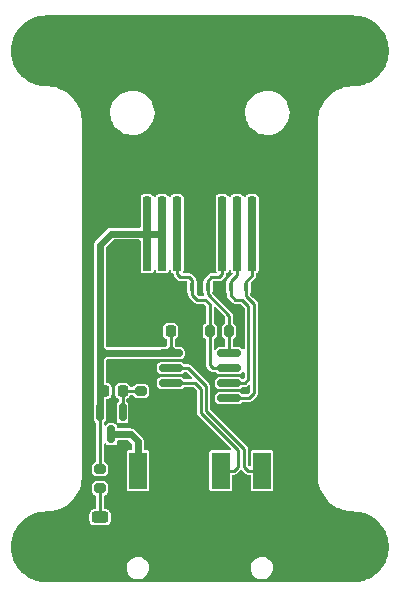
<source format=gbr>
%TF.GenerationSoftware,KiCad,Pcbnew,(7.0.0)*%
%TF.CreationDate,2024-01-19T13:27:31-08:00*%
%TF.ProjectId,M.E.S.S.I Basic,4d2e452e-532e-4532-9e49-204261736963,rev?*%
%TF.SameCoordinates,Original*%
%TF.FileFunction,Copper,L1,Top*%
%TF.FilePolarity,Positive*%
%FSLAX46Y46*%
G04 Gerber Fmt 4.6, Leading zero omitted, Abs format (unit mm)*
G04 Created by KiCad (PCBNEW (7.0.0)) date 2024-01-19 13:27:31*
%MOMM*%
%LPD*%
G01*
G04 APERTURE LIST*
G04 Aperture macros list*
%AMRoundRect*
0 Rectangle with rounded corners*
0 $1 Rounding radius*
0 $2 $3 $4 $5 $6 $7 $8 $9 X,Y pos of 4 corners*
0 Add a 4 corners polygon primitive as box body*
4,1,4,$2,$3,$4,$5,$6,$7,$8,$9,$2,$3,0*
0 Add four circle primitives for the rounded corners*
1,1,$1+$1,$2,$3*
1,1,$1+$1,$4,$5*
1,1,$1+$1,$6,$7*
1,1,$1+$1,$8,$9*
0 Add four rect primitives between the rounded corners*
20,1,$1+$1,$2,$3,$4,$5,0*
20,1,$1+$1,$4,$5,$6,$7,0*
20,1,$1+$1,$6,$7,$8,$9,0*
20,1,$1+$1,$8,$9,$2,$3,0*%
G04 Aperture macros list end*
%TA.AperFunction,SMDPad,CuDef*%
%ADD10RoundRect,0.225000X0.225000X0.250000X-0.225000X0.250000X-0.225000X-0.250000X0.225000X-0.250000X0*%
%TD*%
%TA.AperFunction,ComponentPad*%
%ADD11C,0.800000*%
%TD*%
%TA.AperFunction,ComponentPad*%
%ADD12C,5.400000*%
%TD*%
%TA.AperFunction,SMDPad,CuDef*%
%ADD13RoundRect,0.200000X0.200000X0.275000X-0.200000X0.275000X-0.200000X-0.275000X0.200000X-0.275000X0*%
%TD*%
%TA.AperFunction,SMDPad,CuDef*%
%ADD14R,0.450000X0.700000*%
%TD*%
%TA.AperFunction,SMDPad,CuDef*%
%ADD15RoundRect,0.218750X-0.218750X-0.256250X0.218750X-0.256250X0.218750X0.256250X-0.218750X0.256250X0*%
%TD*%
%TA.AperFunction,SMDPad,CuDef*%
%ADD16RoundRect,0.243750X0.456250X-0.243750X0.456250X0.243750X-0.456250X0.243750X-0.456250X-0.243750X0*%
%TD*%
%TA.AperFunction,SMDPad,CuDef*%
%ADD17R,1.498600X3.098800*%
%TD*%
%TA.AperFunction,SMDPad,CuDef*%
%ADD18RoundRect,0.200000X-0.275000X0.200000X-0.275000X-0.200000X0.275000X-0.200000X0.275000X0.200000X0*%
%TD*%
%TA.AperFunction,SMDPad,CuDef*%
%ADD19RoundRect,0.150000X-0.150000X0.587500X-0.150000X-0.587500X0.150000X-0.587500X0.150000X0.587500X0*%
%TD*%
%TA.AperFunction,SMDPad,CuDef*%
%ADD20RoundRect,0.190000X0.190000X2.985000X-0.190000X2.985000X-0.190000X-2.985000X0.190000X-2.985000X0*%
%TD*%
%TA.AperFunction,SMDPad,CuDef*%
%ADD21RoundRect,0.635000X0.635000X0.835000X-0.635000X0.835000X-0.635000X-0.835000X0.635000X-0.835000X0*%
%TD*%
%TA.AperFunction,SMDPad,CuDef*%
%ADD22RoundRect,0.150000X-0.825000X-0.150000X0.825000X-0.150000X0.825000X0.150000X-0.825000X0.150000X0*%
%TD*%
%TA.AperFunction,ViaPad*%
%ADD23C,0.762000*%
%TD*%
%TA.AperFunction,Conductor*%
%ADD24C,0.250000*%
%TD*%
%TA.AperFunction,Conductor*%
%ADD25C,0.600000*%
%TD*%
G04 APERTURE END LIST*
D10*
%TO.P,C1,1*%
%TO.N,GND*%
X109075000Y-76750000D03*
%TO.P,C1,2*%
%TO.N,+5V*%
X107525000Y-76750000D03*
%TD*%
D11*
%TO.P,H1,1,1*%
%TO.N,GND*%
X123000000Y-55025000D03*
X121568109Y-54431891D03*
X124431891Y-54431891D03*
X120975000Y-53000000D03*
D12*
X123000000Y-53000000D03*
D11*
X125025000Y-53000000D03*
X121568109Y-51568109D03*
X124431891Y-51568109D03*
X123000000Y-50975000D03*
%TD*%
%TO.P,H2,1,1*%
%TO.N,GND*%
X94975000Y-53000000D03*
X95568109Y-51568109D03*
X95568109Y-54431891D03*
X97000000Y-50975000D03*
D12*
X97000000Y-53000000D03*
D11*
X97000000Y-55025000D03*
X98431891Y-51568109D03*
X98431891Y-54431891D03*
X99025000Y-53000000D03*
%TD*%
D13*
%TO.P,R3,1*%
%TO.N,A*%
X112475000Y-76750000D03*
%TO.P,R3,2*%
%TO.N,B*%
X110825000Y-76750000D03*
%TD*%
D11*
%TO.P,H3,1,1*%
%TO.N,GND*%
X94975000Y-95000000D03*
X95568109Y-93568109D03*
X95568109Y-96431891D03*
X97000000Y-92975000D03*
D12*
X97000000Y-95000000D03*
D11*
X97000000Y-97025000D03*
X98431891Y-93568109D03*
X98431891Y-96431891D03*
X99025000Y-95000000D03*
%TD*%
D14*
%TO.P,TVS2,1,IO1*%
%TO.N,Y*%
X113899999Y-72999999D03*
%TO.P,TVS2,2,IO2*%
%TO.N,Z*%
X112599999Y-72999999D03*
%TO.P,TVS2,3,GND*%
%TO.N,GND*%
X113249999Y-74999999D03*
%TD*%
D15*
%TO.P,D1,1,K*%
%TO.N,+5V*%
X101882500Y-81787500D03*
%TO.P,D1,2,A*%
%TO.N,/Power/GATE*%
X103457500Y-81787500D03*
%TD*%
D11*
%TO.P,H4,1,1*%
%TO.N,GND*%
X120975000Y-95000000D03*
X121568109Y-93568109D03*
X121568109Y-96431891D03*
X123000000Y-92975000D03*
D12*
X123000000Y-95000000D03*
D11*
X123000000Y-97025000D03*
X124431891Y-93568109D03*
X124431891Y-96431891D03*
X125025000Y-95000000D03*
%TD*%
D14*
%TO.P,TVS1,1,IO1*%
%TO.N,A*%
X110649999Y-72999999D03*
%TO.P,TVS1,2,IO2*%
%TO.N,B*%
X109349999Y-72999999D03*
%TO.P,TVS1,3,GND*%
%TO.N,GND*%
X109999999Y-74999999D03*
%TD*%
D16*
%TO.P,D2,1,K*%
%TO.N,GND*%
X101550000Y-94362500D03*
%TO.P,D2,2,A*%
%TO.N,/Power/PWR_LED*%
X101550000Y-92487500D03*
%TD*%
D17*
%TO.P,J1,1,1*%
%TO.N,PWR_IN*%
X104749999Y-88554619D03*
%TO.P,J1,2,2*%
%TO.N,GND*%
X108250000Y-88554619D03*
%TO.P,J1,3,3*%
%TO.N,TX*%
X111750001Y-88554619D03*
%TO.P,J1,4,4*%
%TO.N,RX*%
X115250001Y-88554619D03*
%TD*%
D18*
%TO.P,R1,1*%
%TO.N,+5V*%
X101550000Y-88400000D03*
%TO.P,R1,2*%
%TO.N,/Power/PWR_LED*%
X101550000Y-90050000D03*
%TD*%
D19*
%TO.P,Q1,1,G*%
%TO.N,/Power/GATE*%
X103450000Y-83600000D03*
%TO.P,Q1,2,S*%
%TO.N,+5V*%
X101550000Y-83600000D03*
%TO.P,Q1,3,D*%
%TO.N,PWR_IN*%
X102500000Y-85475000D03*
%TD*%
D18*
%TO.P,R2,1*%
%TO.N,/Power/GATE*%
X105000000Y-81787500D03*
%TO.P,R2,2*%
%TO.N,GND*%
X105000000Y-83437500D03*
%TD*%
D20*
%TO.P,J2,1*%
%TO.N,Y*%
X114445000Y-68475000D03*
%TO.P,J2,2*%
%TO.N,Z*%
X113175000Y-68475000D03*
%TO.P,J2,3*%
%TO.N,A*%
X111905000Y-68475000D03*
%TO.P,J2,4*%
%TO.N,GND*%
X110635000Y-68475000D03*
%TO.P,J2,5*%
X109365000Y-68475000D03*
%TO.P,J2,6*%
%TO.N,B*%
X108095000Y-68475000D03*
%TO.P,J2,7*%
%TO.N,+5V*%
X106825000Y-68475000D03*
%TO.P,J2,8*%
X105555000Y-68475000D03*
D21*
%TO.P,J2,SH*%
%TO.N,GND*%
X118465000Y-55200000D03*
X101535000Y-55200000D03*
%TD*%
D22*
%TO.P,U1,1,VCC*%
%TO.N,+5V*%
X107525000Y-78595000D03*
%TO.P,U1,2,R*%
%TO.N,RX*%
X107525000Y-79865000D03*
%TO.P,U1,3,D*%
%TO.N,TX*%
X107525000Y-81135000D03*
%TO.P,U1,4,GND*%
%TO.N,GND*%
X107525000Y-82405000D03*
%TO.P,U1,5,Y*%
%TO.N,Y*%
X112475000Y-82405000D03*
%TO.P,U1,6,Z*%
%TO.N,Z*%
X112475000Y-81135000D03*
%TO.P,U1,7,B*%
%TO.N,B*%
X112475000Y-79865000D03*
%TO.P,U1,8,A*%
%TO.N,A*%
X112475000Y-78595000D03*
%TD*%
D23*
%TO.N,GND*%
X111625000Y-75725000D03*
X113250000Y-75925000D03*
%TD*%
D24*
%TO.N,+5V*%
X107525000Y-76750000D02*
X107525000Y-78075000D01*
D25*
X101550000Y-79015000D02*
X101550000Y-83600000D01*
X105925000Y-78595000D02*
X107525000Y-78595000D01*
X101970000Y-78595000D02*
X101550000Y-79015000D01*
D24*
X107525000Y-78075000D02*
X107525000Y-78595000D01*
D25*
X101970000Y-78595000D02*
X105925000Y-78595000D01*
D24*
X107525000Y-78075000D02*
X108050000Y-78600000D01*
X101550000Y-88400000D02*
X101550000Y-83600000D01*
D25*
X102500000Y-68475000D02*
X101550000Y-69425000D01*
X101550000Y-78175000D02*
X101550000Y-79015000D01*
X101550000Y-78175000D02*
X101970000Y-78595000D01*
D24*
X107525000Y-78075000D02*
X107005000Y-78595000D01*
D25*
X101550000Y-69425000D02*
X101550000Y-78175000D01*
X106825000Y-68475000D02*
X102500000Y-68475000D01*
D24*
%TO.N,/Power/GATE*%
X103450000Y-83600000D02*
X103450000Y-81795000D01*
X103457500Y-81787500D02*
X105000000Y-81787500D01*
%TO.N,/Power/PWR_LED*%
X101550000Y-92487500D02*
X101550000Y-90050000D01*
%TO.N,TX*%
X107525000Y-81135000D02*
X109610000Y-81135000D01*
X112920380Y-88554620D02*
X113225000Y-88250000D01*
X110075000Y-83650000D02*
X110075000Y-81600000D01*
X109610000Y-81135000D02*
X110075000Y-81600000D01*
X113225000Y-86800000D02*
X110075000Y-83650000D01*
X111750002Y-88554620D02*
X112920380Y-88554620D01*
X113225000Y-88250000D02*
X113225000Y-86800000D01*
%TO.N,RX*%
X115250002Y-88554620D02*
X114079620Y-88554620D01*
X108990000Y-79865000D02*
X110525000Y-81400000D01*
X110525000Y-83463604D02*
X110525000Y-81400000D01*
X113750000Y-86688604D02*
X110525000Y-83463604D01*
X114079620Y-88554620D02*
X113750000Y-88225000D01*
X113750000Y-88225000D02*
X113750000Y-86688604D01*
X107525000Y-79865000D02*
X108990000Y-79865000D01*
D25*
%TO.N,PWR_IN*%
X104150000Y-85475000D02*
X104750000Y-86075000D01*
X102500000Y-85475000D02*
X104150000Y-85475000D01*
X104750000Y-86075000D02*
X104750000Y-88554620D01*
D24*
%TO.N,Y*%
X114575000Y-74425000D02*
X113900000Y-73750000D01*
X113900000Y-73750000D02*
X113900000Y-73000000D01*
X113900000Y-73000000D02*
X113900000Y-72545000D01*
X113900000Y-72545000D02*
X114445000Y-72000000D01*
X114445000Y-72000000D02*
X114445000Y-68475000D01*
X112475000Y-82405000D02*
X114145000Y-82405000D01*
X114575000Y-81975000D02*
X114575000Y-74425000D01*
X114145000Y-82405000D02*
X114575000Y-81975000D01*
%TO.N,Z*%
X112600000Y-72525000D02*
X113175000Y-71950000D01*
X113550000Y-74075000D02*
X112975000Y-74075000D01*
X113175000Y-71950000D02*
X113175000Y-68475000D01*
X112475000Y-81135000D02*
X113790000Y-81135000D01*
X114100000Y-74625000D02*
X113550000Y-74075000D01*
X114100000Y-80825000D02*
X114100000Y-74625000D01*
X112600000Y-73000000D02*
X112600000Y-72525000D01*
X112600000Y-73700000D02*
X112600000Y-73000000D01*
X113790000Y-81135000D02*
X114100000Y-80825000D01*
X112975000Y-74075000D02*
X112600000Y-73700000D01*
%TO.N,A*%
X112475000Y-78595000D02*
X112475000Y-76750000D01*
X110650000Y-73000000D02*
X110650000Y-73600000D01*
X110650000Y-72475000D02*
X110950000Y-72175000D01*
X111905000Y-68475000D02*
X111905000Y-71920000D01*
X110650000Y-73600000D02*
X112475000Y-75425000D01*
X110650000Y-73000000D02*
X110650000Y-72475000D01*
X111905000Y-71920000D02*
X111650000Y-72175000D01*
X110950000Y-72175000D02*
X111650000Y-72175000D01*
X112475000Y-75425000D02*
X112475000Y-76750000D01*
%TO.N,B*%
X109350000Y-73000000D02*
X109350000Y-72425000D01*
X109350000Y-73675000D02*
X109750000Y-74075000D01*
X111115000Y-79865000D02*
X110825000Y-79575000D01*
X109750000Y-74075000D02*
X110450000Y-74075000D01*
X110450000Y-74075000D02*
X110825000Y-74450000D01*
X108095000Y-68475000D02*
X108095000Y-71920000D01*
X109100000Y-72175000D02*
X108350000Y-72175000D01*
X108095000Y-71920000D02*
X108350000Y-72175000D01*
X110825000Y-76750000D02*
X110825000Y-79575000D01*
X109350000Y-73000000D02*
X109350000Y-73675000D01*
X112475000Y-79865000D02*
X111115000Y-79865000D01*
X109350000Y-72425000D02*
X109100000Y-72175000D01*
X110825000Y-74450000D02*
X110825000Y-76750000D01*
%TD*%
%TA.AperFunction,Conductor*%
%TO.N,GND*%
G36*
X111319504Y-74729830D02*
G01*
X112120504Y-75530830D01*
X112141964Y-75562948D01*
X112149500Y-75600834D01*
X112149500Y-76028786D01*
X112134912Y-76080513D01*
X112095446Y-76116995D01*
X112043599Y-76143412D01*
X112043592Y-76143416D01*
X112036658Y-76146950D01*
X112031154Y-76152453D01*
X112031151Y-76152456D01*
X111952456Y-76231151D01*
X111952453Y-76231154D01*
X111946950Y-76236658D01*
X111943415Y-76243595D01*
X111943414Y-76243597D01*
X111892890Y-76342755D01*
X111892888Y-76342758D01*
X111889354Y-76349696D01*
X111888135Y-76357387D01*
X111888135Y-76357390D01*
X111875109Y-76439633D01*
X111874500Y-76443481D01*
X111874500Y-76447372D01*
X111874500Y-76447373D01*
X111874500Y-77052623D01*
X111874500Y-77052635D01*
X111874501Y-77056518D01*
X111875109Y-77060360D01*
X111875110Y-77060366D01*
X111887732Y-77140066D01*
X111889354Y-77150304D01*
X111946950Y-77263342D01*
X112036658Y-77353050D01*
X112043597Y-77356585D01*
X112043599Y-77356587D01*
X112095446Y-77383005D01*
X112134912Y-77419487D01*
X112149500Y-77471214D01*
X112149500Y-77995500D01*
X112136237Y-78045000D01*
X112100000Y-78081237D01*
X112050500Y-78094500D01*
X111616740Y-78094500D01*
X111613208Y-78095014D01*
X111613202Y-78095015D01*
X111556211Y-78103318D01*
X111556204Y-78103320D01*
X111548607Y-78104427D01*
X111541707Y-78107800D01*
X111541701Y-78107802D01*
X111450885Y-78152199D01*
X111450880Y-78152202D01*
X111443517Y-78155802D01*
X111437721Y-78161597D01*
X111437718Y-78161600D01*
X111366600Y-78232718D01*
X111366597Y-78232721D01*
X111360802Y-78238517D01*
X111342916Y-78275105D01*
X111338441Y-78284258D01*
X111303648Y-78323657D01*
X111253591Y-78339692D01*
X111202381Y-78327845D01*
X111164454Y-78291454D01*
X111150500Y-78240777D01*
X111150500Y-77471214D01*
X111165088Y-77419487D01*
X111204554Y-77383005D01*
X111256400Y-77356587D01*
X111256399Y-77356587D01*
X111263342Y-77353050D01*
X111353050Y-77263342D01*
X111410646Y-77150304D01*
X111425500Y-77056519D01*
X111425499Y-76443482D01*
X111410646Y-76349696D01*
X111353050Y-76236658D01*
X111263342Y-76146950D01*
X111256403Y-76143414D01*
X111256400Y-76143412D01*
X111204554Y-76116995D01*
X111165088Y-76080513D01*
X111150500Y-76028786D01*
X111150500Y-74799834D01*
X111167185Y-74744833D01*
X111211614Y-74708370D01*
X111268814Y-74702736D01*
X111319504Y-74729830D01*
G37*
%TD.AperFunction*%
%TA.AperFunction,Conductor*%
G36*
X112591727Y-71580444D02*
G01*
X112628209Y-71619909D01*
X112665141Y-71692391D01*
X112670647Y-71697897D01*
X112748707Y-71775957D01*
X112774330Y-71820338D01*
X112774330Y-71871584D01*
X112748707Y-71915965D01*
X112382940Y-72281732D01*
X112376574Y-72287564D01*
X112353442Y-72306974D01*
X112353434Y-72306982D01*
X112346806Y-72312545D01*
X112342477Y-72320042D01*
X112342475Y-72320045D01*
X112327370Y-72346206D01*
X112322734Y-72353483D01*
X112305414Y-72378219D01*
X112305411Y-72378223D01*
X112300446Y-72385316D01*
X112298205Y-72393678D01*
X112295737Y-72398971D01*
X112293739Y-72404459D01*
X112289412Y-72411955D01*
X112287909Y-72420475D01*
X112287906Y-72420485D01*
X112285939Y-72431643D01*
X112271355Y-72468546D01*
X112243451Y-72496759D01*
X112238558Y-72500028D01*
X112238555Y-72500030D01*
X112230448Y-72505448D01*
X112225032Y-72513554D01*
X112225028Y-72513558D01*
X112191551Y-72563659D01*
X112191549Y-72563663D01*
X112186133Y-72571769D01*
X112184231Y-72581330D01*
X112184230Y-72581333D01*
X112175447Y-72625488D01*
X112175446Y-72625494D01*
X112174500Y-72630252D01*
X112174500Y-73369748D01*
X112186133Y-73428231D01*
X112191550Y-73436338D01*
X112191551Y-73436340D01*
X112221226Y-73480751D01*
X112230448Y-73494552D01*
X112238558Y-73499971D01*
X112245450Y-73506863D01*
X112243437Y-73508875D01*
X112262786Y-73530189D01*
X112274500Y-73576903D01*
X112274500Y-73681466D01*
X112274123Y-73690094D01*
X112270736Y-73728807D01*
X112275394Y-73746192D01*
X112280795Y-73766349D01*
X112282664Y-73774778D01*
X112287907Y-73804515D01*
X112287908Y-73804519D01*
X112289412Y-73813045D01*
X112293741Y-73820544D01*
X112295739Y-73826031D01*
X112298204Y-73831317D01*
X112300446Y-73839684D01*
X112305414Y-73846779D01*
X112305415Y-73846781D01*
X112322732Y-73871512D01*
X112327371Y-73878793D01*
X112346806Y-73912455D01*
X112353443Y-73918024D01*
X112376570Y-73937430D01*
X112382938Y-73943264D01*
X112731730Y-74292056D01*
X112737564Y-74298424D01*
X112756975Y-74321557D01*
X112756978Y-74321559D01*
X112762545Y-74328194D01*
X112796215Y-74347633D01*
X112803477Y-74352260D01*
X112806649Y-74354481D01*
X112828219Y-74369585D01*
X112828220Y-74369585D01*
X112835316Y-74374554D01*
X112843682Y-74376795D01*
X112848964Y-74379258D01*
X112854450Y-74381254D01*
X112861955Y-74385588D01*
X112895498Y-74391502D01*
X112900220Y-74392335D01*
X112908652Y-74394204D01*
X112946193Y-74404264D01*
X112954822Y-74403509D01*
X112954834Y-74403508D01*
X112984905Y-74400876D01*
X112993534Y-74400500D01*
X113374167Y-74400500D01*
X113412053Y-74408036D01*
X113444171Y-74429497D01*
X113745504Y-74730831D01*
X113766964Y-74762948D01*
X113774500Y-74800834D01*
X113774500Y-78191341D01*
X113762175Y-78239178D01*
X113728269Y-78275105D01*
X113681225Y-78290175D01*
X113632754Y-78280637D01*
X113594928Y-78248866D01*
X113592800Y-78245885D01*
X113589198Y-78238517D01*
X113506483Y-78155802D01*
X113499116Y-78152200D01*
X113499114Y-78152199D01*
X113408298Y-78107802D01*
X113408294Y-78107800D01*
X113401393Y-78104427D01*
X113393793Y-78103319D01*
X113393788Y-78103318D01*
X113336797Y-78095015D01*
X113336792Y-78095014D01*
X113333260Y-78094500D01*
X113329682Y-78094500D01*
X112899500Y-78094500D01*
X112850000Y-78081237D01*
X112813763Y-78045000D01*
X112800500Y-77995500D01*
X112800500Y-77471214D01*
X112815088Y-77419487D01*
X112854554Y-77383005D01*
X112906400Y-77356587D01*
X112906399Y-77356587D01*
X112913342Y-77353050D01*
X113003050Y-77263342D01*
X113060646Y-77150304D01*
X113075500Y-77056519D01*
X113075499Y-76443482D01*
X113060646Y-76349696D01*
X113003050Y-76236658D01*
X112913342Y-76146950D01*
X112906403Y-76143414D01*
X112906400Y-76143412D01*
X112854554Y-76116995D01*
X112815088Y-76080513D01*
X112800500Y-76028786D01*
X112800500Y-75443534D01*
X112800877Y-75434905D01*
X112803509Y-75404822D01*
X112804264Y-75396193D01*
X112794204Y-75358652D01*
X112792335Y-75350220D01*
X112787092Y-75320487D01*
X112785588Y-75311955D01*
X112781254Y-75304450D01*
X112779258Y-75298964D01*
X112776795Y-75293682D01*
X112774554Y-75285316D01*
X112752260Y-75253477D01*
X112747633Y-75246215D01*
X112728194Y-75212545D01*
X112698418Y-75187559D01*
X112692060Y-75181734D01*
X111071125Y-73560799D01*
X111047383Y-73522617D01*
X111042976Y-73477872D01*
X111055151Y-73445525D01*
X111054718Y-73445346D01*
X111058447Y-73436341D01*
X111063867Y-73428231D01*
X111075500Y-73369748D01*
X111075500Y-72630252D01*
X111074552Y-72625485D01*
X111073225Y-72618813D01*
X111078859Y-72561614D01*
X111115322Y-72517184D01*
X111170323Y-72500500D01*
X111631466Y-72500500D01*
X111640095Y-72500877D01*
X111670177Y-72503509D01*
X111670177Y-72503508D01*
X111678807Y-72504264D01*
X111716354Y-72494202D01*
X111724777Y-72492335D01*
X111763045Y-72485588D01*
X111770548Y-72481255D01*
X111776027Y-72479261D01*
X111781311Y-72476796D01*
X111789684Y-72474554D01*
X111821533Y-72452251D01*
X111828779Y-72447635D01*
X111862455Y-72428194D01*
X111887442Y-72398414D01*
X111893259Y-72392066D01*
X112122074Y-72163250D01*
X112128421Y-72157435D01*
X112158194Y-72132455D01*
X112177634Y-72098780D01*
X112182266Y-72091512D01*
X112204553Y-72059684D01*
X112206796Y-72051312D01*
X112209263Y-72046022D01*
X112211254Y-72040550D01*
X112215588Y-72033045D01*
X112222338Y-71994761D01*
X112224199Y-71986362D01*
X112234263Y-71948807D01*
X112230877Y-71910103D01*
X112230500Y-71901475D01*
X112230500Y-71889894D01*
X112245089Y-71838167D01*
X112284551Y-71801686D01*
X112327391Y-71779859D01*
X112414859Y-71692391D01*
X112451790Y-71619909D01*
X112488273Y-71580444D01*
X112540000Y-71565855D01*
X112591727Y-71580444D01*
G37*
%TD.AperFunction*%
%TA.AperFunction,Conductor*%
G36*
X123002777Y-50000655D02*
G01*
X123239565Y-50013953D01*
X123239764Y-50014017D01*
X123239768Y-50013965D01*
X123246176Y-50014338D01*
X123332204Y-50019348D01*
X123343000Y-50020577D01*
X123533632Y-50052967D01*
X123669976Y-50077008D01*
X123680183Y-50079371D01*
X123856879Y-50130277D01*
X123857721Y-50130524D01*
X123998963Y-50172809D01*
X124008425Y-50176175D01*
X124174638Y-50245023D01*
X124175916Y-50245564D01*
X124314822Y-50305482D01*
X124323492Y-50309735D01*
X124479131Y-50395754D01*
X124480598Y-50396583D01*
X124613465Y-50473293D01*
X124621247Y-50478285D01*
X124765081Y-50580340D01*
X124766895Y-50581659D01*
X124891006Y-50674056D01*
X124897843Y-50679637D01*
X124986846Y-50759175D01*
X125028668Y-50796549D01*
X125030638Y-50798358D01*
X125143794Y-50905116D01*
X125149674Y-50911158D01*
X125266172Y-51041519D01*
X125268192Y-51043851D01*
X125368565Y-51163471D01*
X125373468Y-51169819D01*
X125474384Y-51312047D01*
X125476356Y-51314934D01*
X125562389Y-51445741D01*
X125566323Y-51452254D01*
X125650510Y-51604578D01*
X125652333Y-51608035D01*
X125722758Y-51748263D01*
X125725752Y-51754809D01*
X125792258Y-51915370D01*
X125793823Y-51919395D01*
X125847556Y-52067024D01*
X125849658Y-52073477D01*
X125897726Y-52240323D01*
X125898927Y-52244899D01*
X125935200Y-52397949D01*
X125936469Y-52404197D01*
X125965527Y-52575219D01*
X125966257Y-52580309D01*
X125984530Y-52736652D01*
X125985043Y-52742593D01*
X125994768Y-52915737D01*
X125994924Y-52921289D01*
X125994924Y-53078711D01*
X125994768Y-53084263D01*
X125985043Y-53257405D01*
X125984530Y-53263346D01*
X125966257Y-53419689D01*
X125965527Y-53424779D01*
X125936469Y-53595801D01*
X125935200Y-53602049D01*
X125898927Y-53755099D01*
X125897726Y-53759675D01*
X125849658Y-53926521D01*
X125847556Y-53932974D01*
X125793823Y-54080603D01*
X125792258Y-54084628D01*
X125725752Y-54245189D01*
X125722758Y-54251735D01*
X125652333Y-54391963D01*
X125650510Y-54395420D01*
X125566323Y-54547744D01*
X125562389Y-54554257D01*
X125476356Y-54685064D01*
X125474384Y-54687951D01*
X125373468Y-54830179D01*
X125368565Y-54836527D01*
X125268192Y-54956147D01*
X125266172Y-54958479D01*
X125149674Y-55088840D01*
X125143794Y-55094882D01*
X125030638Y-55201640D01*
X125028668Y-55203449D01*
X124897848Y-55320357D01*
X124890999Y-55325948D01*
X124766912Y-55418327D01*
X124765081Y-55419658D01*
X124621247Y-55521713D01*
X124613459Y-55526708D01*
X124480671Y-55603374D01*
X124479059Y-55604285D01*
X124323498Y-55690260D01*
X124314822Y-55694516D01*
X124175916Y-55754434D01*
X124174590Y-55754995D01*
X124008443Y-55823816D01*
X123998950Y-55827193D01*
X123857764Y-55869461D01*
X123856777Y-55869751D01*
X123680184Y-55920626D01*
X123669970Y-55922991D01*
X123533812Y-55947000D01*
X123533203Y-55947105D01*
X123343017Y-55979419D01*
X123332190Y-55980651D01*
X123239769Y-55986034D01*
X123239565Y-55986045D01*
X123012655Y-55998789D01*
X123002776Y-55999344D01*
X122997227Y-55999500D01*
X122842750Y-55999500D01*
X122840196Y-55999768D01*
X122840185Y-55999769D01*
X122532540Y-56032104D01*
X122532534Y-56032104D01*
X122529974Y-56032374D01*
X122527459Y-56032908D01*
X122527450Y-56032910D01*
X122224871Y-56097225D01*
X122224858Y-56097228D01*
X122222348Y-56097762D01*
X122219904Y-56098555D01*
X122219893Y-56098559D01*
X121925700Y-56194147D01*
X121925682Y-56194153D01*
X121923241Y-56194947D01*
X121920885Y-56195995D01*
X121920877Y-56195999D01*
X121638294Y-56321813D01*
X121638272Y-56321823D01*
X121635932Y-56322866D01*
X121633702Y-56324153D01*
X121633695Y-56324157D01*
X121365798Y-56478827D01*
X121365790Y-56478831D01*
X121363568Y-56480115D01*
X121361498Y-56481618D01*
X121361484Y-56481628D01*
X121111226Y-56663451D01*
X121111209Y-56663464D01*
X121109133Y-56664973D01*
X121107215Y-56666699D01*
X121107205Y-56666708D01*
X120877351Y-56873669D01*
X120877341Y-56873678D01*
X120875414Y-56875414D01*
X120873678Y-56877341D01*
X120873669Y-56877351D01*
X120666708Y-57107205D01*
X120666699Y-57107215D01*
X120664973Y-57109133D01*
X120663464Y-57111209D01*
X120663451Y-57111226D01*
X120481628Y-57361484D01*
X120481618Y-57361498D01*
X120480115Y-57363568D01*
X120478831Y-57365790D01*
X120478827Y-57365798D01*
X120324157Y-57633695D01*
X120324153Y-57633702D01*
X120322866Y-57635932D01*
X120321823Y-57638272D01*
X120321813Y-57638294D01*
X120195999Y-57920877D01*
X120195995Y-57920885D01*
X120194947Y-57923241D01*
X120194153Y-57925682D01*
X120194147Y-57925700D01*
X120098559Y-58219893D01*
X120098555Y-58219904D01*
X120097762Y-58222348D01*
X120097228Y-58224858D01*
X120097225Y-58224871D01*
X120047410Y-58459234D01*
X120032374Y-58529974D01*
X120032104Y-58532534D01*
X120032104Y-58532540D01*
X119999769Y-58840185D01*
X119999768Y-58840196D01*
X119999500Y-58842750D01*
X119999500Y-58999901D01*
X119999500Y-88999500D01*
X119999500Y-89000000D01*
X119999500Y-89157250D01*
X119999768Y-89159804D01*
X119999769Y-89159814D01*
X120030281Y-89450110D01*
X120032374Y-89470026D01*
X120032909Y-89472543D01*
X120032910Y-89472549D01*
X120097225Y-89775128D01*
X120097227Y-89775137D01*
X120097762Y-89777652D01*
X120098557Y-89780099D01*
X120098559Y-89780106D01*
X120194147Y-90074299D01*
X120194151Y-90074310D01*
X120194947Y-90076759D01*
X120195998Y-90079120D01*
X120195999Y-90079122D01*
X120321813Y-90361705D01*
X120321820Y-90361719D01*
X120322866Y-90364068D01*
X120480115Y-90636432D01*
X120481624Y-90638509D01*
X120481628Y-90638515D01*
X120663451Y-90888773D01*
X120663457Y-90888780D01*
X120664973Y-90890867D01*
X120875414Y-91124586D01*
X121109133Y-91335027D01*
X121111221Y-91336544D01*
X121111226Y-91336548D01*
X121361484Y-91518371D01*
X121363568Y-91519885D01*
X121635932Y-91677134D01*
X121638288Y-91678183D01*
X121638294Y-91678186D01*
X121761077Y-91732852D01*
X121923241Y-91805053D01*
X122222348Y-91902238D01*
X122529974Y-91967626D01*
X122842750Y-92000500D01*
X122997227Y-92000500D01*
X123002777Y-92000655D01*
X123239565Y-92013953D01*
X123239764Y-92014017D01*
X123239768Y-92013965D01*
X123246176Y-92014338D01*
X123332204Y-92019348D01*
X123343000Y-92020577D01*
X123533632Y-92052967D01*
X123669976Y-92077008D01*
X123680183Y-92079371D01*
X123856879Y-92130277D01*
X123857721Y-92130524D01*
X123998963Y-92172809D01*
X124008425Y-92176175D01*
X124174638Y-92245023D01*
X124175916Y-92245564D01*
X124314822Y-92305482D01*
X124323492Y-92309735D01*
X124479131Y-92395754D01*
X124480598Y-92396583D01*
X124613465Y-92473293D01*
X124621247Y-92478285D01*
X124765081Y-92580340D01*
X124766895Y-92581659D01*
X124891006Y-92674056D01*
X124897843Y-92679637D01*
X125018049Y-92787060D01*
X125028668Y-92796549D01*
X125030623Y-92798345D01*
X125072229Y-92837598D01*
X125143794Y-92905116D01*
X125149674Y-92911158D01*
X125266172Y-93041519D01*
X125268192Y-93043851D01*
X125368565Y-93163471D01*
X125373468Y-93169819D01*
X125474384Y-93312047D01*
X125476356Y-93314934D01*
X125562389Y-93445741D01*
X125566323Y-93452254D01*
X125650510Y-93604578D01*
X125652333Y-93608035D01*
X125722758Y-93748263D01*
X125725752Y-93754809D01*
X125792258Y-93915370D01*
X125793823Y-93919395D01*
X125847556Y-94067024D01*
X125849658Y-94073477D01*
X125897726Y-94240323D01*
X125898927Y-94244899D01*
X125935200Y-94397949D01*
X125936469Y-94404197D01*
X125965527Y-94575219D01*
X125966257Y-94580309D01*
X125984530Y-94736652D01*
X125985043Y-94742593D01*
X125994768Y-94915737D01*
X125994924Y-94921289D01*
X125994924Y-95078711D01*
X125994768Y-95084263D01*
X125985043Y-95257405D01*
X125984530Y-95263346D01*
X125966257Y-95419689D01*
X125965527Y-95424779D01*
X125936469Y-95595801D01*
X125935200Y-95602049D01*
X125898927Y-95755099D01*
X125897726Y-95759675D01*
X125849658Y-95926521D01*
X125847556Y-95932974D01*
X125793823Y-96080603D01*
X125792258Y-96084628D01*
X125725752Y-96245189D01*
X125722758Y-96251735D01*
X125652333Y-96391963D01*
X125650510Y-96395420D01*
X125566323Y-96547744D01*
X125562389Y-96554257D01*
X125476356Y-96685064D01*
X125474384Y-96687951D01*
X125373468Y-96830179D01*
X125368565Y-96836527D01*
X125268192Y-96956147D01*
X125266172Y-96958479D01*
X125149674Y-97088840D01*
X125143794Y-97094882D01*
X125030638Y-97201640D01*
X125028668Y-97203449D01*
X124897848Y-97320357D01*
X124890999Y-97325948D01*
X124766912Y-97418327D01*
X124765081Y-97419658D01*
X124621247Y-97521713D01*
X124613459Y-97526708D01*
X124480671Y-97603374D01*
X124479059Y-97604285D01*
X124323498Y-97690260D01*
X124314822Y-97694516D01*
X124175916Y-97754434D01*
X124174590Y-97754995D01*
X124008443Y-97823816D01*
X123998950Y-97827193D01*
X123857764Y-97869461D01*
X123856777Y-97869751D01*
X123680184Y-97920626D01*
X123669970Y-97922991D01*
X123533812Y-97947000D01*
X123533203Y-97947105D01*
X123343017Y-97979419D01*
X123332190Y-97980651D01*
X123239769Y-97986034D01*
X123239565Y-97986045D01*
X123012655Y-97998789D01*
X123002776Y-97999344D01*
X122997227Y-97999500D01*
X97002773Y-97999500D01*
X96997223Y-97999344D01*
X96986559Y-97998745D01*
X96760433Y-97986045D01*
X96760233Y-97985968D01*
X96760230Y-97986034D01*
X96667808Y-97980651D01*
X96656981Y-97979419D01*
X96466795Y-97947105D01*
X96466186Y-97947000D01*
X96330028Y-97922991D01*
X96319814Y-97920626D01*
X96143221Y-97869751D01*
X96142234Y-97869461D01*
X96001048Y-97827193D01*
X95991555Y-97823816D01*
X95825408Y-97754995D01*
X95824082Y-97754434D01*
X95685176Y-97694516D01*
X95676500Y-97690260D01*
X95520939Y-97604285D01*
X95519327Y-97603374D01*
X95386539Y-97526708D01*
X95378751Y-97521713D01*
X95234917Y-97419658D01*
X95233086Y-97418327D01*
X95108999Y-97325948D01*
X95102150Y-97320357D01*
X94971321Y-97203440D01*
X94969360Y-97201640D01*
X94856204Y-97094882D01*
X94850324Y-97088840D01*
X94733826Y-96958479D01*
X94731806Y-96956147D01*
X94645201Y-96852935D01*
X103797330Y-96852935D01*
X103798089Y-96857892D01*
X103798090Y-96857902D01*
X103820246Y-97002523D01*
X103826557Y-97043717D01*
X103828301Y-97048427D01*
X103828303Y-97048433D01*
X103891843Y-97219995D01*
X103891846Y-97220001D01*
X103893590Y-97224710D01*
X103896248Y-97228974D01*
X103948725Y-97313167D01*
X103995684Y-97388505D01*
X104128660Y-97528396D01*
X104132774Y-97531260D01*
X104132776Y-97531261D01*
X104237692Y-97604285D01*
X104287073Y-97638655D01*
X104464439Y-97714769D01*
X104653496Y-97753621D01*
X104795616Y-97753621D01*
X104798127Y-97753621D01*
X104942017Y-97738989D01*
X105126174Y-97681209D01*
X105294929Y-97587542D01*
X105441375Y-97461822D01*
X105559517Y-97309197D01*
X105644516Y-97135913D01*
X105692894Y-96949067D01*
X105697769Y-96852935D01*
X114297330Y-96852935D01*
X114298089Y-96857892D01*
X114298090Y-96857902D01*
X114320246Y-97002523D01*
X114326557Y-97043717D01*
X114328301Y-97048427D01*
X114328303Y-97048433D01*
X114391843Y-97219995D01*
X114391846Y-97220001D01*
X114393590Y-97224710D01*
X114396248Y-97228974D01*
X114448725Y-97313167D01*
X114495684Y-97388505D01*
X114628660Y-97528396D01*
X114632774Y-97531260D01*
X114632776Y-97531261D01*
X114737692Y-97604285D01*
X114787073Y-97638655D01*
X114964439Y-97714769D01*
X115153496Y-97753621D01*
X115295616Y-97753621D01*
X115298127Y-97753621D01*
X115442017Y-97738989D01*
X115626174Y-97681209D01*
X115794929Y-97587542D01*
X115941375Y-97461822D01*
X116059517Y-97309197D01*
X116144516Y-97135913D01*
X116192894Y-96949067D01*
X116202670Y-96756307D01*
X116173443Y-96565525D01*
X116106410Y-96384532D01*
X116004316Y-96220737D01*
X115871340Y-96080846D01*
X115867225Y-96077982D01*
X115867223Y-96077980D01*
X115717048Y-95973455D01*
X115717045Y-95973453D01*
X115712927Y-95970587D01*
X115708311Y-95968606D01*
X115708309Y-95968605D01*
X115540177Y-95896454D01*
X115535561Y-95894473D01*
X115530644Y-95893462D01*
X115530636Y-95893460D01*
X115351427Y-95856632D01*
X115351420Y-95856631D01*
X115346504Y-95855621D01*
X115201873Y-95855621D01*
X115199376Y-95855874D01*
X115199374Y-95855875D01*
X115062981Y-95869744D01*
X115062973Y-95869745D01*
X115057983Y-95870253D01*
X115053197Y-95871754D01*
X115053190Y-95871756D01*
X114878615Y-95926530D01*
X114878611Y-95926531D01*
X114873826Y-95928033D01*
X114869444Y-95930464D01*
X114869435Y-95930469D01*
X114709462Y-96019262D01*
X114709456Y-96019265D01*
X114705071Y-96021700D01*
X114701265Y-96024966D01*
X114701261Y-96024970D01*
X114562433Y-96144150D01*
X114562428Y-96144155D01*
X114558625Y-96147420D01*
X114555556Y-96151384D01*
X114555551Y-96151390D01*
X114443556Y-96296074D01*
X114443552Y-96296079D01*
X114440483Y-96300045D01*
X114438274Y-96304548D01*
X114438273Y-96304550D01*
X114357692Y-96468825D01*
X114357688Y-96468835D01*
X114355484Y-96473329D01*
X114354227Y-96478181D01*
X114354227Y-96478183D01*
X114330326Y-96570496D01*
X114307106Y-96660175D01*
X114306851Y-96665183D01*
X114306851Y-96665190D01*
X114301976Y-96761323D01*
X114297330Y-96852935D01*
X105697769Y-96852935D01*
X105702670Y-96756307D01*
X105673443Y-96565525D01*
X105606410Y-96384532D01*
X105504316Y-96220737D01*
X105371340Y-96080846D01*
X105367225Y-96077982D01*
X105367223Y-96077980D01*
X105217048Y-95973455D01*
X105217045Y-95973453D01*
X105212927Y-95970587D01*
X105208311Y-95968606D01*
X105208309Y-95968605D01*
X105040177Y-95896454D01*
X105035561Y-95894473D01*
X105030644Y-95893462D01*
X105030636Y-95893460D01*
X104851427Y-95856632D01*
X104851420Y-95856631D01*
X104846504Y-95855621D01*
X104701873Y-95855621D01*
X104699376Y-95855874D01*
X104699374Y-95855875D01*
X104562981Y-95869744D01*
X104562973Y-95869745D01*
X104557983Y-95870253D01*
X104553197Y-95871754D01*
X104553190Y-95871756D01*
X104378615Y-95926530D01*
X104378611Y-95926531D01*
X104373826Y-95928033D01*
X104369444Y-95930464D01*
X104369435Y-95930469D01*
X104209462Y-96019262D01*
X104209456Y-96019265D01*
X104205071Y-96021700D01*
X104201265Y-96024966D01*
X104201261Y-96024970D01*
X104062433Y-96144150D01*
X104062428Y-96144155D01*
X104058625Y-96147420D01*
X104055556Y-96151384D01*
X104055551Y-96151390D01*
X103943556Y-96296074D01*
X103943552Y-96296079D01*
X103940483Y-96300045D01*
X103938274Y-96304548D01*
X103938273Y-96304550D01*
X103857692Y-96468825D01*
X103857688Y-96468835D01*
X103855484Y-96473329D01*
X103854227Y-96478181D01*
X103854227Y-96478183D01*
X103830326Y-96570496D01*
X103807106Y-96660175D01*
X103806851Y-96665183D01*
X103806851Y-96665190D01*
X103801976Y-96761323D01*
X103797330Y-96852935D01*
X94645201Y-96852935D01*
X94631433Y-96836527D01*
X94626530Y-96830179D01*
X94525614Y-96687951D01*
X94523642Y-96685064D01*
X94437609Y-96554257D01*
X94433675Y-96547744D01*
X94349488Y-96395420D01*
X94347683Y-96391997D01*
X94277231Y-96251716D01*
X94274251Y-96245201D01*
X94207740Y-96084628D01*
X94206175Y-96080603D01*
X94205220Y-96077980D01*
X94152438Y-95932964D01*
X94150340Y-95926521D01*
X94141678Y-95896454D01*
X94102262Y-95759637D01*
X94101081Y-95755140D01*
X94064792Y-95602024D01*
X94063534Y-95595829D01*
X94034465Y-95424743D01*
X94033746Y-95419725D01*
X94015467Y-95263338D01*
X94014955Y-95257404D01*
X94005232Y-95084262D01*
X94005076Y-95078711D01*
X94005076Y-94921289D01*
X94005232Y-94915738D01*
X94014955Y-94742594D01*
X94014956Y-94742593D01*
X94014956Y-94742578D01*
X94015468Y-94736652D01*
X94033747Y-94580263D01*
X94034464Y-94575267D01*
X94063536Y-94404158D01*
X94064790Y-94397987D01*
X94101086Y-94244839D01*
X94102256Y-94240383D01*
X94150348Y-94073450D01*
X94152432Y-94067052D01*
X94206192Y-93919350D01*
X94207728Y-93915398D01*
X94274260Y-93754777D01*
X94277221Y-93748304D01*
X94347704Y-93607960D01*
X94349459Y-93604631D01*
X94433685Y-93452236D01*
X94437591Y-93445770D01*
X94523677Y-93314881D01*
X94525577Y-93312100D01*
X94626541Y-93169803D01*
X94631421Y-93163486D01*
X94731848Y-93043801D01*
X94733826Y-93041519D01*
X94773185Y-92997477D01*
X94850327Y-92911154D01*
X94856188Y-92905131D01*
X94969449Y-92798276D01*
X94971239Y-92796632D01*
X94984519Y-92784764D01*
X100649500Y-92784764D01*
X100649714Y-92787053D01*
X100649715Y-92787060D01*
X100651751Y-92808778D01*
X100651752Y-92808784D01*
X100652314Y-92814774D01*
X100654304Y-92820461D01*
X100694094Y-92934177D01*
X100694096Y-92934182D01*
X100696545Y-92941179D01*
X100776070Y-93048930D01*
X100883821Y-93128455D01*
X100890820Y-93130904D01*
X100890822Y-93130905D01*
X100920855Y-93141414D01*
X101010226Y-93172686D01*
X101040236Y-93175500D01*
X102057453Y-93175500D01*
X102059764Y-93175500D01*
X102089774Y-93172686D01*
X102216179Y-93128455D01*
X102323930Y-93048930D01*
X102403455Y-92941179D01*
X102447686Y-92814774D01*
X102450500Y-92784764D01*
X102450500Y-92190236D01*
X102447686Y-92160226D01*
X102416414Y-92070855D01*
X102405905Y-92040822D01*
X102405904Y-92040820D01*
X102403455Y-92033821D01*
X102323930Y-91926070D01*
X102292365Y-91902774D01*
X102222146Y-91850949D01*
X102216179Y-91846545D01*
X102209182Y-91844096D01*
X102209177Y-91844094D01*
X102095461Y-91804304D01*
X102089774Y-91802314D01*
X102083784Y-91801752D01*
X102083778Y-91801751D01*
X102062060Y-91799715D01*
X102062053Y-91799714D01*
X102059764Y-91799500D01*
X102057453Y-91799500D01*
X101974500Y-91799500D01*
X101925000Y-91786237D01*
X101888763Y-91750000D01*
X101875500Y-91700500D01*
X101875500Y-90730597D01*
X101884059Y-90690329D01*
X101908258Y-90657024D01*
X101943390Y-90636740D01*
X101950304Y-90635646D01*
X102063342Y-90578050D01*
X102153050Y-90488342D01*
X102210646Y-90375304D01*
X102225500Y-90281519D01*
X102225499Y-89818482D01*
X102210646Y-89724696D01*
X102153050Y-89611658D01*
X102063342Y-89521950D01*
X101950304Y-89464354D01*
X101942610Y-89463135D01*
X101942609Y-89463135D01*
X101860365Y-89450109D01*
X101860363Y-89450108D01*
X101856519Y-89449500D01*
X101852626Y-89449500D01*
X101247376Y-89449500D01*
X101247363Y-89449500D01*
X101243482Y-89449501D01*
X101239640Y-89450109D01*
X101239633Y-89450110D01*
X101157389Y-89463135D01*
X101157385Y-89463136D01*
X101149696Y-89464354D01*
X101142760Y-89467887D01*
X101142757Y-89467889D01*
X101043597Y-89518414D01*
X101043595Y-89518415D01*
X101036658Y-89521950D01*
X101031154Y-89527453D01*
X101031151Y-89527456D01*
X100952456Y-89606151D01*
X100952453Y-89606154D01*
X100946950Y-89611658D01*
X100943415Y-89618595D01*
X100943414Y-89618597D01*
X100892890Y-89717755D01*
X100892888Y-89717758D01*
X100889354Y-89724696D01*
X100888135Y-89732387D01*
X100888135Y-89732390D01*
X100880578Y-89780106D01*
X100874500Y-89818481D01*
X100874500Y-89822372D01*
X100874500Y-89822373D01*
X100874500Y-90277623D01*
X100874500Y-90277635D01*
X100874501Y-90281518D01*
X100875109Y-90285360D01*
X100875110Y-90285366D01*
X100887928Y-90366304D01*
X100889354Y-90375304D01*
X100946950Y-90488342D01*
X101036658Y-90578050D01*
X101149696Y-90635646D01*
X101156609Y-90636741D01*
X101191742Y-90657024D01*
X101215941Y-90690329D01*
X101224500Y-90730597D01*
X101224500Y-91700500D01*
X101211237Y-91750000D01*
X101175000Y-91786237D01*
X101125500Y-91799500D01*
X101040236Y-91799500D01*
X101037947Y-91799714D01*
X101037939Y-91799715D01*
X101016221Y-91801751D01*
X101016214Y-91801752D01*
X101010226Y-91802314D01*
X101004540Y-91804303D01*
X101004538Y-91804304D01*
X100890822Y-91844094D01*
X100890815Y-91844097D01*
X100883821Y-91846545D01*
X100877856Y-91850947D01*
X100877853Y-91850949D01*
X100782040Y-91921663D01*
X100782036Y-91921666D01*
X100776070Y-91926070D01*
X100771666Y-91932036D01*
X100771663Y-91932040D01*
X100700949Y-92027853D01*
X100700947Y-92027856D01*
X100696545Y-92033821D01*
X100694097Y-92040815D01*
X100694094Y-92040822D01*
X100662804Y-92130247D01*
X100652314Y-92160226D01*
X100651752Y-92166214D01*
X100651751Y-92166221D01*
X100649715Y-92187939D01*
X100649500Y-92190236D01*
X100649500Y-92784764D01*
X94984519Y-92784764D01*
X95102177Y-92679618D01*
X95108970Y-92674073D01*
X95233187Y-92581597D01*
X95234815Y-92580413D01*
X95378775Y-92478269D01*
X95386514Y-92473305D01*
X95519493Y-92396529D01*
X95520765Y-92395811D01*
X95676523Y-92309726D01*
X95685170Y-92305484D01*
X95824115Y-92245549D01*
X95825252Y-92245068D01*
X95991586Y-92176170D01*
X96001023Y-92172813D01*
X96142384Y-92130492D01*
X96142977Y-92130318D01*
X96319824Y-92079369D01*
X96330015Y-92077009D01*
X96466447Y-92052953D01*
X96657003Y-92020576D01*
X96667791Y-92019349D01*
X96760231Y-92013965D01*
X96760234Y-92014024D01*
X96760430Y-92013953D01*
X96997222Y-92000655D01*
X97002773Y-92000500D01*
X97154669Y-92000500D01*
X97157250Y-92000500D01*
X97470026Y-91967626D01*
X97777652Y-91902238D01*
X98076759Y-91805053D01*
X98364068Y-91677134D01*
X98636432Y-91519885D01*
X98890867Y-91335027D01*
X99124586Y-91124586D01*
X99335027Y-90890867D01*
X99519885Y-90636432D01*
X99677134Y-90364068D01*
X99805053Y-90076759D01*
X99902238Y-89777652D01*
X99967626Y-89470026D01*
X100000500Y-89157250D01*
X100000500Y-89000000D01*
X100000500Y-88999500D01*
X100000500Y-88627635D01*
X100874500Y-88627635D01*
X100874501Y-88631518D01*
X100889354Y-88725304D01*
X100946950Y-88838342D01*
X101036658Y-88928050D01*
X101149696Y-88985646D01*
X101243481Y-89000500D01*
X101856518Y-89000499D01*
X101950304Y-88985646D01*
X102063342Y-88928050D01*
X102153050Y-88838342D01*
X102210646Y-88725304D01*
X102225500Y-88631519D01*
X102225499Y-88168482D01*
X102210646Y-88074696D01*
X102153050Y-87961658D01*
X102063342Y-87871950D01*
X101950304Y-87814354D01*
X101943390Y-87813258D01*
X101908258Y-87792976D01*
X101884059Y-87759671D01*
X101875500Y-87719403D01*
X101875500Y-86316159D01*
X101887825Y-86268322D01*
X101921731Y-86232395D01*
X101968775Y-86217325D01*
X102017246Y-86226863D01*
X102055072Y-86258634D01*
X102057199Y-86261613D01*
X102060802Y-86268983D01*
X102143517Y-86351698D01*
X102248607Y-86403073D01*
X102256210Y-86404180D01*
X102256211Y-86404181D01*
X102265107Y-86405477D01*
X102316740Y-86413000D01*
X102679682Y-86413000D01*
X102683260Y-86413000D01*
X102751393Y-86403073D01*
X102856483Y-86351698D01*
X102939198Y-86268983D01*
X102990573Y-86163893D01*
X103000500Y-86095760D01*
X103000500Y-86074500D01*
X103013763Y-86025000D01*
X103050000Y-85988763D01*
X103099500Y-85975500D01*
X103901678Y-85975500D01*
X103939564Y-85983036D01*
X103971682Y-86004496D01*
X104220504Y-86253318D01*
X104241964Y-86285436D01*
X104249500Y-86323322D01*
X104249500Y-86705720D01*
X104236237Y-86755220D01*
X104200000Y-86791457D01*
X104150500Y-86804720D01*
X103980952Y-86804720D01*
X103976194Y-86805666D01*
X103976188Y-86805667D01*
X103932033Y-86814450D01*
X103932030Y-86814451D01*
X103922469Y-86816353D01*
X103914363Y-86821769D01*
X103914359Y-86821771D01*
X103864258Y-86855248D01*
X103864255Y-86855250D01*
X103856148Y-86860668D01*
X103850730Y-86868775D01*
X103850728Y-86868778D01*
X103817251Y-86918879D01*
X103817249Y-86918883D01*
X103811833Y-86926989D01*
X103809931Y-86936550D01*
X103809930Y-86936553D01*
X103801147Y-86980708D01*
X103801146Y-86980714D01*
X103800200Y-86985472D01*
X103800200Y-90123768D01*
X103811833Y-90182251D01*
X103856148Y-90248572D01*
X103922469Y-90292887D01*
X103980952Y-90304520D01*
X105514190Y-90304520D01*
X105519048Y-90304520D01*
X105577531Y-90292887D01*
X105643852Y-90248572D01*
X105688167Y-90182251D01*
X105699800Y-90123768D01*
X105699800Y-86985472D01*
X105688167Y-86926989D01*
X105643852Y-86860668D01*
X105635741Y-86855248D01*
X105585640Y-86821771D01*
X105585638Y-86821770D01*
X105577531Y-86816353D01*
X105567967Y-86814450D01*
X105567966Y-86814450D01*
X105523811Y-86805667D01*
X105523806Y-86805666D01*
X105519048Y-86804720D01*
X105514190Y-86804720D01*
X105349500Y-86804720D01*
X105300000Y-86791457D01*
X105263763Y-86755220D01*
X105250500Y-86705720D01*
X105250500Y-86139454D01*
X105252763Y-86118408D01*
X105252853Y-86117994D01*
X105254359Y-86111073D01*
X105250752Y-86060644D01*
X105250500Y-86053581D01*
X105250500Y-86042742D01*
X105250500Y-86039201D01*
X105248450Y-86024950D01*
X105247698Y-86017957D01*
X105244091Y-85967517D01*
X105241469Y-85960487D01*
X105236233Y-85939970D01*
X105236172Y-85939550D01*
X105235165Y-85932543D01*
X105214165Y-85886560D01*
X105211460Y-85880029D01*
X105208765Y-85872804D01*
X105193796Y-85832669D01*
X105189553Y-85827001D01*
X105189551Y-85826997D01*
X105189291Y-85826650D01*
X105178493Y-85808451D01*
X105175377Y-85801627D01*
X105142259Y-85763407D01*
X105137854Y-85757939D01*
X105129221Y-85746407D01*
X105119044Y-85736230D01*
X105114228Y-85731057D01*
X105085765Y-85698208D01*
X105085763Y-85698206D01*
X105081128Y-85692857D01*
X105075171Y-85689028D01*
X105075167Y-85689025D01*
X105074810Y-85688796D01*
X105058332Y-85675518D01*
X104549480Y-85166666D01*
X104536199Y-85150184D01*
X104535969Y-85149826D01*
X104532143Y-85143872D01*
X104493948Y-85110776D01*
X104488775Y-85105961D01*
X104481088Y-85098274D01*
X104478593Y-85095779D01*
X104467062Y-85087147D01*
X104461578Y-85082728D01*
X104423373Y-85049623D01*
X104416933Y-85046681D01*
X104416932Y-85046681D01*
X104416544Y-85046504D01*
X104398345Y-85035706D01*
X104397996Y-85035444D01*
X104397992Y-85035442D01*
X104392331Y-85031204D01*
X104385704Y-85028732D01*
X104385700Y-85028730D01*
X104344970Y-85013539D01*
X104338441Y-85010835D01*
X104298897Y-84992776D01*
X104298896Y-84992775D01*
X104292457Y-84989835D01*
X104285452Y-84988827D01*
X104285443Y-84988825D01*
X104285014Y-84988764D01*
X104264520Y-84983533D01*
X104264116Y-84983382D01*
X104264111Y-84983380D01*
X104257483Y-84980909D01*
X104250425Y-84980404D01*
X104207063Y-84977302D01*
X104200042Y-84976547D01*
X104189299Y-84975002D01*
X104189283Y-84975000D01*
X104185799Y-84974500D01*
X104182265Y-84974500D01*
X104171419Y-84974500D01*
X104164356Y-84974248D01*
X104120991Y-84971146D01*
X104120989Y-84971146D01*
X104113927Y-84970641D01*
X104107010Y-84972145D01*
X104107005Y-84972146D01*
X104106706Y-84972211D01*
X104106589Y-84972237D01*
X104085546Y-84974500D01*
X103099500Y-84974500D01*
X103050000Y-84961237D01*
X103013763Y-84925000D01*
X103000500Y-84875500D01*
X103000500Y-84857818D01*
X103000500Y-84854240D01*
X102990573Y-84786107D01*
X102939198Y-84681017D01*
X102856483Y-84598302D01*
X102849116Y-84594700D01*
X102849114Y-84594699D01*
X102758298Y-84550302D01*
X102758294Y-84550300D01*
X102751393Y-84546927D01*
X102743793Y-84545819D01*
X102743788Y-84545818D01*
X102686797Y-84537515D01*
X102686792Y-84537514D01*
X102683260Y-84537000D01*
X102316740Y-84537000D01*
X102313208Y-84537514D01*
X102313202Y-84537515D01*
X102256211Y-84545818D01*
X102256204Y-84545820D01*
X102248607Y-84546927D01*
X102241707Y-84550300D01*
X102241701Y-84550302D01*
X102150885Y-84594699D01*
X102150880Y-84594702D01*
X102143517Y-84598302D01*
X102137721Y-84604097D01*
X102137718Y-84604100D01*
X102066600Y-84675218D01*
X102066597Y-84675221D01*
X102060802Y-84681017D01*
X102057199Y-84688385D01*
X102055072Y-84691366D01*
X102017246Y-84723137D01*
X101968775Y-84732675D01*
X101921731Y-84717605D01*
X101887825Y-84681678D01*
X101875500Y-84633841D01*
X101875500Y-84548121D01*
X101886475Y-84502816D01*
X101907864Y-84478079D01*
X101906483Y-84476698D01*
X101912282Y-84470899D01*
X101989198Y-84393983D01*
X102040573Y-84288893D01*
X102050500Y-84220760D01*
X102050500Y-82979240D01*
X102050500Y-82560799D01*
X102062520Y-82513519D01*
X102095660Y-82477719D01*
X102134497Y-82464587D01*
X102134246Y-82463000D01*
X102232420Y-82447451D01*
X102350751Y-82387158D01*
X102444658Y-82293251D01*
X102504951Y-82174920D01*
X102520500Y-82076746D01*
X102819500Y-82076746D01*
X102820108Y-82080590D01*
X102820109Y-82080592D01*
X102832877Y-82161211D01*
X102835049Y-82174920D01*
X102895342Y-82293251D01*
X102989249Y-82387158D01*
X102996188Y-82390693D01*
X102996190Y-82390695D01*
X103070446Y-82428531D01*
X103109912Y-82465013D01*
X103124500Y-82516740D01*
X103124500Y-82651879D01*
X103113525Y-82697184D01*
X103092135Y-82721920D01*
X103093517Y-82723302D01*
X103016600Y-82800218D01*
X103016597Y-82800221D01*
X103010802Y-82806017D01*
X103007202Y-82813380D01*
X103007199Y-82813385D01*
X102962802Y-82904201D01*
X102962800Y-82904207D01*
X102959427Y-82911107D01*
X102958320Y-82918704D01*
X102958318Y-82918711D01*
X102950015Y-82975702D01*
X102949500Y-82979240D01*
X102949500Y-84220760D01*
X102950014Y-84224292D01*
X102950015Y-84224297D01*
X102958318Y-84281288D01*
X102958319Y-84281293D01*
X102959427Y-84288893D01*
X102962800Y-84295794D01*
X102962802Y-84295798D01*
X103007199Y-84386614D01*
X103007200Y-84386616D01*
X103010802Y-84393983D01*
X103093517Y-84476698D01*
X103100884Y-84480299D01*
X103100885Y-84480300D01*
X103146942Y-84502816D01*
X103198607Y-84528073D01*
X103206210Y-84529180D01*
X103206211Y-84529181D01*
X103215107Y-84530477D01*
X103266740Y-84538000D01*
X103629682Y-84538000D01*
X103633260Y-84538000D01*
X103701393Y-84528073D01*
X103806483Y-84476698D01*
X103889198Y-84393983D01*
X103940573Y-84288893D01*
X103950500Y-84220760D01*
X103950500Y-82979240D01*
X103940573Y-82911107D01*
X103905028Y-82838399D01*
X103892800Y-82813385D01*
X103892799Y-82813384D01*
X103889198Y-82806017D01*
X103806483Y-82723302D01*
X103806482Y-82723302D01*
X103807864Y-82721920D01*
X103786475Y-82697184D01*
X103775500Y-82651879D01*
X103775500Y-82524383D01*
X103790088Y-82472656D01*
X103829554Y-82436174D01*
X103918809Y-82390695D01*
X103918808Y-82390695D01*
X103925751Y-82387158D01*
X104019658Y-82293251D01*
X104079951Y-82174920D01*
X104080227Y-82175060D01*
X104097142Y-82145759D01*
X104130447Y-82121560D01*
X104170716Y-82113000D01*
X104278786Y-82113000D01*
X104330513Y-82127588D01*
X104366995Y-82167054D01*
X104393412Y-82218900D01*
X104393414Y-82218903D01*
X104396950Y-82225842D01*
X104486658Y-82315550D01*
X104599696Y-82373146D01*
X104693481Y-82388000D01*
X105306518Y-82387999D01*
X105400304Y-82373146D01*
X105513342Y-82315550D01*
X105603050Y-82225842D01*
X105660646Y-82112804D01*
X105675500Y-82019019D01*
X105675499Y-81555982D01*
X105660646Y-81462196D01*
X105603050Y-81349158D01*
X105572152Y-81318260D01*
X106349500Y-81318260D01*
X106350014Y-81321792D01*
X106350015Y-81321797D01*
X106358318Y-81378788D01*
X106358319Y-81378793D01*
X106359427Y-81386393D01*
X106362800Y-81393294D01*
X106362802Y-81393298D01*
X106407199Y-81484114D01*
X106407200Y-81484116D01*
X106410802Y-81491483D01*
X106493517Y-81574198D01*
X106598607Y-81625573D01*
X106606210Y-81626680D01*
X106606211Y-81626681D01*
X106615107Y-81627977D01*
X106666740Y-81635500D01*
X108379682Y-81635500D01*
X108383260Y-81635500D01*
X108451393Y-81625573D01*
X108556483Y-81574198D01*
X108639198Y-81491483D01*
X108640579Y-81492864D01*
X108665316Y-81471475D01*
X108710621Y-81460500D01*
X109434167Y-81460500D01*
X109472053Y-81468036D01*
X109504171Y-81489497D01*
X109720504Y-81705831D01*
X109741964Y-81737948D01*
X109749500Y-81775834D01*
X109749500Y-83631466D01*
X109749123Y-83640094D01*
X109745736Y-83678807D01*
X109747977Y-83687170D01*
X109755795Y-83716349D01*
X109757664Y-83724778D01*
X109762907Y-83754515D01*
X109762908Y-83754519D01*
X109764412Y-83763045D01*
X109768741Y-83770544D01*
X109770739Y-83776031D01*
X109773204Y-83781317D01*
X109775446Y-83789684D01*
X109780414Y-83796779D01*
X109780415Y-83796781D01*
X109797732Y-83821512D01*
X109802371Y-83828793D01*
X109821806Y-83862455D01*
X109828443Y-83868024D01*
X109851570Y-83887430D01*
X109857938Y-83893264D01*
X112601628Y-86636954D01*
X112629166Y-86690032D01*
X112621120Y-86749284D01*
X112580423Y-86793095D01*
X112522387Y-86805383D01*
X112519050Y-86804720D01*
X110980954Y-86804720D01*
X110976196Y-86805666D01*
X110976190Y-86805667D01*
X110932035Y-86814450D01*
X110932032Y-86814451D01*
X110922471Y-86816353D01*
X110914365Y-86821769D01*
X110914361Y-86821771D01*
X110864260Y-86855248D01*
X110864257Y-86855250D01*
X110856150Y-86860668D01*
X110850732Y-86868775D01*
X110850730Y-86868778D01*
X110817253Y-86918879D01*
X110817251Y-86918883D01*
X110811835Y-86926989D01*
X110809933Y-86936550D01*
X110809932Y-86936553D01*
X110801149Y-86980708D01*
X110801148Y-86980714D01*
X110800202Y-86985472D01*
X110800202Y-90123768D01*
X110811835Y-90182251D01*
X110856150Y-90248572D01*
X110922471Y-90292887D01*
X110980954Y-90304520D01*
X112514192Y-90304520D01*
X112519050Y-90304520D01*
X112577533Y-90292887D01*
X112643854Y-90248572D01*
X112688169Y-90182251D01*
X112699802Y-90123768D01*
X112699802Y-88979120D01*
X112713065Y-88929620D01*
X112749302Y-88893383D01*
X112798802Y-88880120D01*
X112901846Y-88880120D01*
X112910475Y-88880497D01*
X112940557Y-88883129D01*
X112940557Y-88883128D01*
X112949187Y-88883884D01*
X112986734Y-88873822D01*
X112995157Y-88871955D01*
X113033425Y-88865208D01*
X113040928Y-88860875D01*
X113046407Y-88858881D01*
X113051691Y-88856416D01*
X113060064Y-88854174D01*
X113091913Y-88831871D01*
X113099159Y-88827255D01*
X113132835Y-88807814D01*
X113157822Y-88778034D01*
X113163634Y-88771690D01*
X113429997Y-88505327D01*
X113474376Y-88479706D01*
X113525622Y-88479706D01*
X113570003Y-88505329D01*
X113836350Y-88771676D01*
X113842184Y-88778044D01*
X113861595Y-88801177D01*
X113861598Y-88801179D01*
X113867165Y-88807814D01*
X113900835Y-88827253D01*
X113908103Y-88831884D01*
X113932839Y-88849205D01*
X113932840Y-88849205D01*
X113939936Y-88854174D01*
X113948302Y-88856415D01*
X113953584Y-88858878D01*
X113959070Y-88860874D01*
X113966575Y-88865208D01*
X114000118Y-88871122D01*
X114004840Y-88871955D01*
X114013272Y-88873824D01*
X114050813Y-88883884D01*
X114059442Y-88883129D01*
X114076450Y-88881641D01*
X114089525Y-88880496D01*
X114098154Y-88880120D01*
X114201202Y-88880120D01*
X114250702Y-88893383D01*
X114286939Y-88929620D01*
X114300202Y-88979120D01*
X114300202Y-90123768D01*
X114311835Y-90182251D01*
X114356150Y-90248572D01*
X114422471Y-90292887D01*
X114480954Y-90304520D01*
X116014192Y-90304520D01*
X116019050Y-90304520D01*
X116077533Y-90292887D01*
X116143854Y-90248572D01*
X116188169Y-90182251D01*
X116199802Y-90123768D01*
X116199802Y-86985472D01*
X116188169Y-86926989D01*
X116143854Y-86860668D01*
X116135743Y-86855248D01*
X116085642Y-86821771D01*
X116085640Y-86821770D01*
X116077533Y-86816353D01*
X116067969Y-86814450D01*
X116067968Y-86814450D01*
X116023813Y-86805667D01*
X116023808Y-86805666D01*
X116019050Y-86804720D01*
X114480954Y-86804720D01*
X114476196Y-86805666D01*
X114476190Y-86805667D01*
X114432035Y-86814450D01*
X114432032Y-86814451D01*
X114422471Y-86816353D01*
X114414365Y-86821769D01*
X114414361Y-86821771D01*
X114364260Y-86855248D01*
X114364257Y-86855250D01*
X114356150Y-86860668D01*
X114350732Y-86868775D01*
X114350730Y-86868778D01*
X114317253Y-86918879D01*
X114317251Y-86918883D01*
X114311835Y-86926989D01*
X114309933Y-86936550D01*
X114309932Y-86936553D01*
X114301149Y-86980708D01*
X114301148Y-86980714D01*
X114300202Y-86985472D01*
X114300202Y-86990330D01*
X114300202Y-88075868D01*
X114283517Y-88130869D01*
X114239088Y-88167332D01*
X114181888Y-88172966D01*
X114131198Y-88145872D01*
X114104496Y-88119170D01*
X114083036Y-88087052D01*
X114075500Y-88049166D01*
X114075500Y-86707138D01*
X114075877Y-86698509D01*
X114078509Y-86668426D01*
X114079264Y-86659797D01*
X114069204Y-86622256D01*
X114067335Y-86613824D01*
X114062092Y-86584091D01*
X114060588Y-86575559D01*
X114056254Y-86568054D01*
X114054258Y-86562568D01*
X114051795Y-86557286D01*
X114049554Y-86548920D01*
X114027260Y-86517081D01*
X114022633Y-86509819D01*
X114003194Y-86476149D01*
X113973418Y-86451163D01*
X113967060Y-86445338D01*
X110879496Y-83357774D01*
X110858036Y-83325656D01*
X110850500Y-83287770D01*
X110850500Y-81418534D01*
X110850877Y-81409905D01*
X110853509Y-81379822D01*
X110854264Y-81371193D01*
X110844204Y-81333652D01*
X110842335Y-81325220D01*
X110837092Y-81295487D01*
X110835588Y-81286955D01*
X110831254Y-81279450D01*
X110829258Y-81273964D01*
X110826795Y-81268682D01*
X110824554Y-81260316D01*
X110802260Y-81228477D01*
X110797633Y-81221215D01*
X110778194Y-81187545D01*
X110748418Y-81162559D01*
X110742060Y-81156734D01*
X109233268Y-79647942D01*
X109227433Y-79641573D01*
X109208025Y-79618443D01*
X109208021Y-79618440D01*
X109202455Y-79611806D01*
X109168793Y-79592371D01*
X109161512Y-79587732D01*
X109136781Y-79570415D01*
X109136779Y-79570414D01*
X109129684Y-79565446D01*
X109121317Y-79563204D01*
X109116031Y-79560739D01*
X109110544Y-79558741D01*
X109103045Y-79554412D01*
X109094519Y-79552908D01*
X109094515Y-79552907D01*
X109064778Y-79547664D01*
X109056349Y-79545795D01*
X109048473Y-79543684D01*
X109018807Y-79535736D01*
X109010184Y-79536490D01*
X109010180Y-79536490D01*
X108980095Y-79539123D01*
X108971466Y-79539500D01*
X108710621Y-79539500D01*
X108665316Y-79528525D01*
X108640579Y-79507135D01*
X108639198Y-79508517D01*
X108556483Y-79425802D01*
X108549116Y-79422200D01*
X108549114Y-79422199D01*
X108458298Y-79377802D01*
X108458294Y-79377800D01*
X108451393Y-79374427D01*
X108443793Y-79373319D01*
X108443788Y-79373318D01*
X108386797Y-79365015D01*
X108386792Y-79365014D01*
X108383260Y-79364500D01*
X106666740Y-79364500D01*
X106663208Y-79365014D01*
X106663202Y-79365015D01*
X106606211Y-79373318D01*
X106606204Y-79373320D01*
X106598607Y-79374427D01*
X106591707Y-79377800D01*
X106591701Y-79377802D01*
X106500885Y-79422199D01*
X106500880Y-79422202D01*
X106493517Y-79425802D01*
X106487721Y-79431597D01*
X106487718Y-79431600D01*
X106416600Y-79502718D01*
X106416597Y-79502721D01*
X106410802Y-79508517D01*
X106407202Y-79515880D01*
X106407199Y-79515885D01*
X106362802Y-79606701D01*
X106362800Y-79606707D01*
X106359427Y-79613607D01*
X106358320Y-79621204D01*
X106358318Y-79621211D01*
X106350015Y-79678202D01*
X106349500Y-79681740D01*
X106349500Y-80048260D01*
X106350014Y-80051792D01*
X106350015Y-80051797D01*
X106358318Y-80108788D01*
X106358319Y-80108793D01*
X106359427Y-80116393D01*
X106362800Y-80123294D01*
X106362802Y-80123298D01*
X106407199Y-80214114D01*
X106407200Y-80214116D01*
X106410802Y-80221483D01*
X106493517Y-80304198D01*
X106598607Y-80355573D01*
X106606210Y-80356680D01*
X106606211Y-80356681D01*
X106615107Y-80357977D01*
X106666740Y-80365500D01*
X108379682Y-80365500D01*
X108383260Y-80365500D01*
X108451393Y-80355573D01*
X108556483Y-80304198D01*
X108639198Y-80221483D01*
X108640579Y-80222864D01*
X108665316Y-80201475D01*
X108710621Y-80190500D01*
X108814166Y-80190500D01*
X108852052Y-80198036D01*
X108884170Y-80219496D01*
X109305170Y-80640496D01*
X109332264Y-80691186D01*
X109326630Y-80748386D01*
X109290167Y-80792815D01*
X109235166Y-80809500D01*
X108710621Y-80809500D01*
X108665316Y-80798525D01*
X108640579Y-80777135D01*
X108639198Y-80778517D01*
X108556483Y-80695802D01*
X108549116Y-80692200D01*
X108549114Y-80692199D01*
X108458298Y-80647802D01*
X108458294Y-80647800D01*
X108451393Y-80644427D01*
X108443793Y-80643319D01*
X108443788Y-80643318D01*
X108386797Y-80635015D01*
X108386792Y-80635014D01*
X108383260Y-80634500D01*
X106666740Y-80634500D01*
X106663208Y-80635014D01*
X106663202Y-80635015D01*
X106606211Y-80643318D01*
X106606204Y-80643320D01*
X106598607Y-80644427D01*
X106591707Y-80647800D01*
X106591701Y-80647802D01*
X106500885Y-80692199D01*
X106500880Y-80692202D01*
X106493517Y-80695802D01*
X106487721Y-80701597D01*
X106487718Y-80701600D01*
X106416600Y-80772718D01*
X106416597Y-80772721D01*
X106410802Y-80778517D01*
X106407202Y-80785880D01*
X106407199Y-80785885D01*
X106362802Y-80876701D01*
X106362800Y-80876707D01*
X106359427Y-80883607D01*
X106358320Y-80891204D01*
X106358318Y-80891211D01*
X106350015Y-80948202D01*
X106349500Y-80951740D01*
X106349500Y-81318260D01*
X105572152Y-81318260D01*
X105513342Y-81259450D01*
X105400304Y-81201854D01*
X105392610Y-81200635D01*
X105392609Y-81200635D01*
X105310365Y-81187609D01*
X105310363Y-81187608D01*
X105306519Y-81187000D01*
X105302626Y-81187000D01*
X104697376Y-81187000D01*
X104697363Y-81187000D01*
X104693482Y-81187001D01*
X104689640Y-81187609D01*
X104689633Y-81187610D01*
X104607389Y-81200635D01*
X104607385Y-81200636D01*
X104599696Y-81201854D01*
X104592760Y-81205387D01*
X104592757Y-81205389D01*
X104493597Y-81255914D01*
X104493595Y-81255915D01*
X104486658Y-81259450D01*
X104481154Y-81264953D01*
X104481151Y-81264956D01*
X104402456Y-81343651D01*
X104402453Y-81343654D01*
X104396950Y-81349158D01*
X104393416Y-81356092D01*
X104393412Y-81356099D01*
X104366995Y-81407946D01*
X104330513Y-81447412D01*
X104278786Y-81462000D01*
X104170716Y-81462000D01*
X104130447Y-81453440D01*
X104097142Y-81429241D01*
X104080227Y-81399939D01*
X104079951Y-81400080D01*
X104077264Y-81394806D01*
X104077261Y-81394802D01*
X104019658Y-81281749D01*
X103925751Y-81187842D01*
X103864698Y-81156734D01*
X103814360Y-81131085D01*
X103814359Y-81131084D01*
X103807420Y-81127549D01*
X103799726Y-81126330D01*
X103799725Y-81126330D01*
X103713092Y-81112609D01*
X103713090Y-81112608D01*
X103709246Y-81112000D01*
X103205754Y-81112000D01*
X103201910Y-81112608D01*
X103201907Y-81112609D01*
X103115274Y-81126330D01*
X103115271Y-81126330D01*
X103107580Y-81127549D01*
X103100642Y-81131083D01*
X103100639Y-81131085D01*
X102996188Y-81184306D01*
X102996186Y-81184307D01*
X102989249Y-81187842D01*
X102983745Y-81193345D01*
X102983742Y-81193348D01*
X102900848Y-81276242D01*
X102900845Y-81276245D01*
X102895342Y-81281749D01*
X102891807Y-81288686D01*
X102891806Y-81288688D01*
X102838585Y-81393139D01*
X102838583Y-81393142D01*
X102835049Y-81400080D01*
X102833830Y-81407771D01*
X102833830Y-81407774D01*
X102820109Y-81494407D01*
X102819500Y-81498254D01*
X102819500Y-82076746D01*
X102520500Y-82076746D01*
X102520500Y-81498254D01*
X102504951Y-81400080D01*
X102444658Y-81281749D01*
X102350751Y-81187842D01*
X102289698Y-81156734D01*
X102239360Y-81131085D01*
X102239359Y-81131084D01*
X102232420Y-81127549D01*
X102224726Y-81126330D01*
X102224725Y-81126330D01*
X102134246Y-81112000D01*
X102134497Y-81110412D01*
X102095660Y-81097281D01*
X102062520Y-81061481D01*
X102050500Y-81014201D01*
X102050500Y-79263322D01*
X102058036Y-79225436D01*
X102079496Y-79193318D01*
X102148318Y-79124496D01*
X102180436Y-79103036D01*
X102218322Y-79095500D01*
X108379682Y-79095500D01*
X108383260Y-79095500D01*
X108451393Y-79085573D01*
X108556483Y-79034198D01*
X108639198Y-78951483D01*
X108690573Y-78846393D01*
X108700500Y-78778260D01*
X108700500Y-78411740D01*
X108690573Y-78343607D01*
X108682867Y-78327845D01*
X108642800Y-78245885D01*
X108642799Y-78245883D01*
X108639198Y-78238517D01*
X108556483Y-78155802D01*
X108549116Y-78152200D01*
X108549114Y-78152199D01*
X108458298Y-78107802D01*
X108458294Y-78107800D01*
X108451393Y-78104427D01*
X108443793Y-78103319D01*
X108443788Y-78103318D01*
X108386797Y-78095015D01*
X108386792Y-78095014D01*
X108383260Y-78094500D01*
X108379682Y-78094500D01*
X108045834Y-78094500D01*
X108007948Y-78086964D01*
X107975830Y-78065504D01*
X107879496Y-77969170D01*
X107858036Y-77937052D01*
X107850500Y-77899166D01*
X107850500Y-77487010D01*
X107865089Y-77435283D01*
X107904554Y-77398800D01*
X108003220Y-77348528D01*
X108098528Y-77253220D01*
X108159719Y-77133126D01*
X108175500Y-77033488D01*
X108175500Y-76466512D01*
X108159719Y-76366874D01*
X108098528Y-76246780D01*
X108003220Y-76151472D01*
X107883126Y-76090281D01*
X107875432Y-76089062D01*
X107875431Y-76089062D01*
X107787334Y-76075109D01*
X107787332Y-76075108D01*
X107783488Y-76074500D01*
X107266512Y-76074500D01*
X107262668Y-76075108D01*
X107262665Y-76075109D01*
X107174568Y-76089062D01*
X107174565Y-76089062D01*
X107166874Y-76090281D01*
X107159936Y-76093815D01*
X107159933Y-76093817D01*
X107053719Y-76147936D01*
X107053717Y-76147937D01*
X107046780Y-76151472D01*
X107041276Y-76156975D01*
X107041273Y-76156978D01*
X106956978Y-76241273D01*
X106956975Y-76241276D01*
X106951472Y-76246780D01*
X106947937Y-76253717D01*
X106947936Y-76253719D01*
X106893817Y-76359933D01*
X106893815Y-76359936D01*
X106890281Y-76366874D01*
X106889062Y-76374565D01*
X106889062Y-76374568D01*
X106877531Y-76447373D01*
X106874500Y-76466512D01*
X106874500Y-77033488D01*
X106875108Y-77037332D01*
X106875109Y-77037334D01*
X106878147Y-77056518D01*
X106890281Y-77133126D01*
X106951472Y-77253220D01*
X107046780Y-77348528D01*
X107145445Y-77398800D01*
X107184911Y-77435283D01*
X107199500Y-77487010D01*
X107199500Y-77899166D01*
X107191964Y-77937052D01*
X107170504Y-77969170D01*
X107074170Y-78065504D01*
X107042052Y-78086964D01*
X107004166Y-78094500D01*
X105960799Y-78094500D01*
X102218322Y-78094500D01*
X102180436Y-78086964D01*
X102148318Y-78065504D01*
X102079496Y-77996682D01*
X102058036Y-77964564D01*
X102050500Y-77926678D01*
X102050500Y-69673322D01*
X102058036Y-69635436D01*
X102079496Y-69603318D01*
X102678318Y-69004496D01*
X102710436Y-68983036D01*
X102748322Y-68975500D01*
X104875501Y-68975500D01*
X104925001Y-68988763D01*
X104961238Y-69025000D01*
X104974501Y-69074500D01*
X104974501Y-71490734D01*
X104988983Y-71582175D01*
X105045141Y-71692391D01*
X105132609Y-71779859D01*
X105242825Y-71836017D01*
X105334265Y-71850500D01*
X105775734Y-71850499D01*
X105867175Y-71836017D01*
X105977391Y-71779859D01*
X106064859Y-71692391D01*
X106101790Y-71619909D01*
X106138273Y-71580444D01*
X106190000Y-71565855D01*
X106241727Y-71580444D01*
X106278209Y-71619909D01*
X106315141Y-71692391D01*
X106402609Y-71779859D01*
X106512825Y-71836017D01*
X106604265Y-71850500D01*
X107045734Y-71850499D01*
X107137175Y-71836017D01*
X107247391Y-71779859D01*
X107334859Y-71692391D01*
X107371790Y-71619909D01*
X107408273Y-71580444D01*
X107460000Y-71565855D01*
X107511727Y-71580444D01*
X107548209Y-71619909D01*
X107585141Y-71692391D01*
X107672609Y-71779859D01*
X107715448Y-71801686D01*
X107754911Y-71838167D01*
X107769500Y-71889894D01*
X107769500Y-71901466D01*
X107769123Y-71910094D01*
X107765736Y-71948807D01*
X107767977Y-71957170D01*
X107775795Y-71986349D01*
X107777664Y-71994778D01*
X107782907Y-72024515D01*
X107782908Y-72024519D01*
X107784412Y-72033045D01*
X107788741Y-72040544D01*
X107790739Y-72046031D01*
X107793204Y-72051317D01*
X107795446Y-72059684D01*
X107817730Y-72091510D01*
X107817732Y-72091512D01*
X107822371Y-72098793D01*
X107841806Y-72132455D01*
X107848442Y-72138023D01*
X107848443Y-72138024D01*
X107871570Y-72157430D01*
X107877938Y-72163264D01*
X108106740Y-72392066D01*
X108112575Y-72398435D01*
X108131977Y-72421559D01*
X108131979Y-72421561D01*
X108137545Y-72428194D01*
X108145047Y-72432525D01*
X108171201Y-72447625D01*
X108178480Y-72452261D01*
X108210316Y-72474553D01*
X108218687Y-72476796D01*
X108223984Y-72479266D01*
X108229451Y-72481255D01*
X108236955Y-72485588D01*
X108275234Y-72492337D01*
X108283663Y-72494206D01*
X108321193Y-72504263D01*
X108359896Y-72500877D01*
X108368525Y-72500500D01*
X108829677Y-72500500D01*
X108884678Y-72517184D01*
X108921141Y-72561614D01*
X108926775Y-72618813D01*
X108925447Y-72625485D01*
X108925445Y-72625497D01*
X108924500Y-72630252D01*
X108924500Y-73369748D01*
X108936133Y-73428231D01*
X108941550Y-73436338D01*
X108941551Y-73436340D01*
X108971226Y-73480751D01*
X108980448Y-73494552D01*
X108988558Y-73499971D01*
X108995450Y-73506863D01*
X108993437Y-73508875D01*
X109012786Y-73530189D01*
X109024500Y-73576903D01*
X109024500Y-73656466D01*
X109024123Y-73665094D01*
X109020736Y-73703807D01*
X109025210Y-73720504D01*
X109030795Y-73741349D01*
X109032664Y-73749778D01*
X109037907Y-73779515D01*
X109037908Y-73779519D01*
X109039412Y-73788045D01*
X109043741Y-73795544D01*
X109045739Y-73801031D01*
X109048204Y-73806317D01*
X109050446Y-73814684D01*
X109055414Y-73821779D01*
X109055415Y-73821781D01*
X109072732Y-73846512D01*
X109077371Y-73853793D01*
X109096806Y-73887455D01*
X109103443Y-73893024D01*
X109126576Y-73912435D01*
X109132944Y-73918270D01*
X109506736Y-74292063D01*
X109512570Y-74298430D01*
X109531977Y-74321559D01*
X109531978Y-74321560D01*
X109537545Y-74328194D01*
X109545047Y-74332525D01*
X109571201Y-74347625D01*
X109578480Y-74352261D01*
X109610316Y-74374553D01*
X109618687Y-74376796D01*
X109623984Y-74379266D01*
X109629451Y-74381255D01*
X109636955Y-74385588D01*
X109675234Y-74392337D01*
X109683663Y-74394206D01*
X109721193Y-74404263D01*
X109759896Y-74400877D01*
X109768525Y-74400500D01*
X110274166Y-74400500D01*
X110312052Y-74408036D01*
X110344170Y-74429496D01*
X110470504Y-74555830D01*
X110491964Y-74587948D01*
X110499500Y-74625834D01*
X110499500Y-76028786D01*
X110484912Y-76080513D01*
X110445446Y-76116995D01*
X110393599Y-76143412D01*
X110393592Y-76143416D01*
X110386658Y-76146950D01*
X110381154Y-76152453D01*
X110381151Y-76152456D01*
X110302456Y-76231151D01*
X110302453Y-76231154D01*
X110296950Y-76236658D01*
X110293415Y-76243595D01*
X110293414Y-76243597D01*
X110242890Y-76342755D01*
X110242888Y-76342758D01*
X110239354Y-76349696D01*
X110238135Y-76357387D01*
X110238135Y-76357390D01*
X110225109Y-76439633D01*
X110224500Y-76443481D01*
X110224500Y-76447372D01*
X110224500Y-76447373D01*
X110224500Y-77052623D01*
X110224500Y-77052635D01*
X110224501Y-77056518D01*
X110225109Y-77060360D01*
X110225110Y-77060366D01*
X110237732Y-77140066D01*
X110239354Y-77150304D01*
X110296950Y-77263342D01*
X110386658Y-77353050D01*
X110393597Y-77356585D01*
X110393599Y-77356587D01*
X110445446Y-77383005D01*
X110484912Y-77419487D01*
X110499500Y-77471214D01*
X110499500Y-79556466D01*
X110499123Y-79565094D01*
X110495736Y-79603807D01*
X110497977Y-79612170D01*
X110505795Y-79641349D01*
X110507664Y-79649778D01*
X110512907Y-79679515D01*
X110512908Y-79679519D01*
X110514412Y-79688045D01*
X110518741Y-79695544D01*
X110520739Y-79701031D01*
X110523204Y-79706317D01*
X110525446Y-79714684D01*
X110530414Y-79721779D01*
X110530415Y-79721781D01*
X110547732Y-79746512D01*
X110552371Y-79753793D01*
X110571806Y-79787455D01*
X110578443Y-79793024D01*
X110601570Y-79812430D01*
X110607938Y-79818264D01*
X110871730Y-80082056D01*
X110877564Y-80088424D01*
X110896975Y-80111557D01*
X110896978Y-80111559D01*
X110902545Y-80118194D01*
X110936215Y-80137633D01*
X110943483Y-80142264D01*
X110968219Y-80159585D01*
X110968220Y-80159585D01*
X110975316Y-80164554D01*
X110983682Y-80166795D01*
X110988964Y-80169258D01*
X110994450Y-80171254D01*
X111001955Y-80175588D01*
X111035498Y-80181502D01*
X111040220Y-80182335D01*
X111048652Y-80184204D01*
X111086193Y-80194264D01*
X111094822Y-80193509D01*
X111111830Y-80192021D01*
X111124905Y-80190876D01*
X111133534Y-80190500D01*
X111289379Y-80190500D01*
X111334684Y-80201475D01*
X111359420Y-80222864D01*
X111360802Y-80221483D01*
X111443517Y-80304198D01*
X111548607Y-80355573D01*
X111556210Y-80356680D01*
X111556211Y-80356681D01*
X111565107Y-80357977D01*
X111616740Y-80365500D01*
X113329682Y-80365500D01*
X113333260Y-80365500D01*
X113401393Y-80355573D01*
X113506483Y-80304198D01*
X113589198Y-80221483D01*
X113592800Y-80214113D01*
X113594928Y-80211134D01*
X113632754Y-80179363D01*
X113681225Y-80169825D01*
X113728269Y-80184895D01*
X113762175Y-80220822D01*
X113774500Y-80268659D01*
X113774500Y-80649166D01*
X113766964Y-80687052D01*
X113745503Y-80719170D01*
X113707680Y-80756992D01*
X113663299Y-80782615D01*
X113612053Y-80782615D01*
X113567673Y-80756992D01*
X113512281Y-80701600D01*
X113512280Y-80701599D01*
X113506483Y-80695802D01*
X113499116Y-80692200D01*
X113499114Y-80692199D01*
X113408298Y-80647802D01*
X113408294Y-80647800D01*
X113401393Y-80644427D01*
X113393793Y-80643319D01*
X113393788Y-80643318D01*
X113336797Y-80635015D01*
X113336792Y-80635014D01*
X113333260Y-80634500D01*
X111616740Y-80634500D01*
X111613208Y-80635014D01*
X111613202Y-80635015D01*
X111556211Y-80643318D01*
X111556204Y-80643320D01*
X111548607Y-80644427D01*
X111541707Y-80647800D01*
X111541701Y-80647802D01*
X111450885Y-80692199D01*
X111450880Y-80692202D01*
X111443517Y-80695802D01*
X111437721Y-80701597D01*
X111437718Y-80701600D01*
X111366600Y-80772718D01*
X111366597Y-80772721D01*
X111360802Y-80778517D01*
X111357202Y-80785880D01*
X111357199Y-80785885D01*
X111312802Y-80876701D01*
X111312800Y-80876707D01*
X111309427Y-80883607D01*
X111308320Y-80891204D01*
X111308318Y-80891211D01*
X111300015Y-80948202D01*
X111299500Y-80951740D01*
X111299500Y-81318260D01*
X111300014Y-81321792D01*
X111300015Y-81321797D01*
X111308318Y-81378788D01*
X111308319Y-81378793D01*
X111309427Y-81386393D01*
X111312800Y-81393294D01*
X111312802Y-81393298D01*
X111357199Y-81484114D01*
X111357200Y-81484116D01*
X111360802Y-81491483D01*
X111443517Y-81574198D01*
X111548607Y-81625573D01*
X111556210Y-81626680D01*
X111556211Y-81626681D01*
X111565107Y-81627977D01*
X111616740Y-81635500D01*
X113329682Y-81635500D01*
X113333260Y-81635500D01*
X113401393Y-81625573D01*
X113506483Y-81574198D01*
X113589198Y-81491483D01*
X113590579Y-81492864D01*
X113615316Y-81471475D01*
X113660621Y-81460500D01*
X113771466Y-81460500D01*
X113780095Y-81460877D01*
X113810177Y-81463509D01*
X113810177Y-81463508D01*
X113818807Y-81464264D01*
X113856354Y-81454202D01*
X113864777Y-81452335D01*
X113903045Y-81445588D01*
X113910548Y-81441255D01*
X113916027Y-81439261D01*
X113921311Y-81436796D01*
X113929684Y-81434554D01*
X113961533Y-81412251D01*
X113968779Y-81407635D01*
X114002455Y-81388194D01*
X114027437Y-81358420D01*
X114033259Y-81352065D01*
X114080497Y-81304827D01*
X114131187Y-81277734D01*
X114188386Y-81283368D01*
X114232816Y-81319831D01*
X114249500Y-81374832D01*
X114249500Y-81799166D01*
X114241964Y-81837052D01*
X114220504Y-81869170D01*
X114039170Y-82050504D01*
X114007052Y-82071964D01*
X113969166Y-82079500D01*
X113660621Y-82079500D01*
X113615316Y-82068525D01*
X113590579Y-82047135D01*
X113589198Y-82048517D01*
X113506483Y-81965802D01*
X113499116Y-81962200D01*
X113499114Y-81962199D01*
X113408298Y-81917802D01*
X113408294Y-81917800D01*
X113401393Y-81914427D01*
X113393793Y-81913319D01*
X113393788Y-81913318D01*
X113336797Y-81905015D01*
X113336792Y-81905014D01*
X113333260Y-81904500D01*
X111616740Y-81904500D01*
X111613208Y-81905014D01*
X111613202Y-81905015D01*
X111556211Y-81913318D01*
X111556204Y-81913320D01*
X111548607Y-81914427D01*
X111541707Y-81917800D01*
X111541701Y-81917802D01*
X111450885Y-81962199D01*
X111450880Y-81962202D01*
X111443517Y-81965802D01*
X111437721Y-81971597D01*
X111437718Y-81971600D01*
X111366600Y-82042718D01*
X111366597Y-82042721D01*
X111360802Y-82048517D01*
X111357202Y-82055880D01*
X111357199Y-82055885D01*
X111312802Y-82146701D01*
X111312800Y-82146707D01*
X111309427Y-82153607D01*
X111308320Y-82161204D01*
X111308318Y-82161211D01*
X111300015Y-82218202D01*
X111299500Y-82221740D01*
X111299500Y-82588260D01*
X111300014Y-82591792D01*
X111300015Y-82591797D01*
X111308318Y-82648788D01*
X111308319Y-82648793D01*
X111309427Y-82656393D01*
X111312800Y-82663294D01*
X111312802Y-82663298D01*
X111357199Y-82754114D01*
X111357200Y-82754116D01*
X111360802Y-82761483D01*
X111443517Y-82844198D01*
X111548607Y-82895573D01*
X111556210Y-82896680D01*
X111556211Y-82896681D01*
X111565107Y-82897977D01*
X111616740Y-82905500D01*
X113329682Y-82905500D01*
X113333260Y-82905500D01*
X113401393Y-82895573D01*
X113506483Y-82844198D01*
X113589198Y-82761483D01*
X113590579Y-82762864D01*
X113615316Y-82741475D01*
X113660621Y-82730500D01*
X114126466Y-82730500D01*
X114135095Y-82730877D01*
X114165177Y-82733509D01*
X114165177Y-82733508D01*
X114173807Y-82734264D01*
X114211354Y-82724202D01*
X114219777Y-82722335D01*
X114258045Y-82715588D01*
X114265548Y-82711255D01*
X114271027Y-82709261D01*
X114276311Y-82706796D01*
X114284684Y-82704554D01*
X114316533Y-82682251D01*
X114323779Y-82677635D01*
X114357455Y-82658194D01*
X114382442Y-82628414D01*
X114388254Y-82622070D01*
X114792065Y-82218259D01*
X114798425Y-82212433D01*
X114821559Y-82193022D01*
X114821558Y-82193022D01*
X114828194Y-82187455D01*
X114847635Y-82153779D01*
X114852251Y-82146533D01*
X114874554Y-82114684D01*
X114876796Y-82106311D01*
X114879261Y-82101027D01*
X114881255Y-82095548D01*
X114885588Y-82088045D01*
X114892335Y-82049777D01*
X114894204Y-82041348D01*
X114900188Y-82019019D01*
X114904264Y-82003807D01*
X114900877Y-81965091D01*
X114900500Y-81956463D01*
X114900500Y-74443526D01*
X114900877Y-74434898D01*
X114903508Y-74404821D01*
X114904263Y-74396193D01*
X114894201Y-74358642D01*
X114892335Y-74350224D01*
X114891876Y-74347622D01*
X114885588Y-74311955D01*
X114881255Y-74304450D01*
X114879259Y-74298967D01*
X114876796Y-74293685D01*
X114874554Y-74285316D01*
X114852264Y-74253483D01*
X114847626Y-74246202D01*
X114832524Y-74220044D01*
X114832522Y-74220042D01*
X114828194Y-74212545D01*
X114798424Y-74187564D01*
X114792066Y-74181739D01*
X114525542Y-73915215D01*
X114255872Y-73645546D01*
X114230250Y-73601166D01*
X114230251Y-73549919D01*
X114255875Y-73505538D01*
X114261441Y-73499971D01*
X114269552Y-73494552D01*
X114313867Y-73428231D01*
X114325500Y-73369748D01*
X114325500Y-72630252D01*
X114325359Y-72629543D01*
X114330442Y-72588326D01*
X114353650Y-72551675D01*
X114662066Y-72243259D01*
X114668425Y-72237433D01*
X114671580Y-72234786D01*
X114698194Y-72212455D01*
X114717634Y-72178780D01*
X114722258Y-72171523D01*
X114744553Y-72139684D01*
X114746796Y-72131312D01*
X114749263Y-72126022D01*
X114751254Y-72120550D01*
X114755588Y-72113045D01*
X114762338Y-72074761D01*
X114764199Y-72066362D01*
X114774263Y-72028807D01*
X114770877Y-71990103D01*
X114770500Y-71981475D01*
X114770500Y-71889894D01*
X114785089Y-71838167D01*
X114824551Y-71801686D01*
X114867391Y-71779859D01*
X114954859Y-71692391D01*
X115011017Y-71582175D01*
X115025500Y-71490735D01*
X115025499Y-65459266D01*
X115011017Y-65367825D01*
X114954859Y-65257609D01*
X114867391Y-65170141D01*
X114757175Y-65113983D01*
X114665735Y-65099500D01*
X114661842Y-65099500D01*
X114228160Y-65099500D01*
X114228147Y-65099500D01*
X114224266Y-65099501D01*
X114220424Y-65100109D01*
X114220417Y-65100110D01*
X114140518Y-65112764D01*
X114140514Y-65112765D01*
X114132825Y-65113983D01*
X114125889Y-65117516D01*
X114125886Y-65117518D01*
X114029548Y-65166605D01*
X114029546Y-65166606D01*
X114022609Y-65170141D01*
X114017105Y-65175644D01*
X114017102Y-65175647D01*
X113940647Y-65252102D01*
X113940644Y-65252105D01*
X113935141Y-65257609D01*
X113931607Y-65264543D01*
X113931603Y-65264550D01*
X113898209Y-65330090D01*
X113861727Y-65369556D01*
X113810000Y-65384144D01*
X113758273Y-65369556D01*
X113721791Y-65330090D01*
X113688396Y-65264550D01*
X113688394Y-65264548D01*
X113684859Y-65257609D01*
X113597391Y-65170141D01*
X113487175Y-65113983D01*
X113395735Y-65099500D01*
X113391842Y-65099500D01*
X112958160Y-65099500D01*
X112958147Y-65099500D01*
X112954266Y-65099501D01*
X112950424Y-65100109D01*
X112950417Y-65100110D01*
X112870518Y-65112764D01*
X112870514Y-65112765D01*
X112862825Y-65113983D01*
X112855889Y-65117516D01*
X112855886Y-65117518D01*
X112759548Y-65166605D01*
X112759546Y-65166606D01*
X112752609Y-65170141D01*
X112747105Y-65175644D01*
X112747102Y-65175647D01*
X112670647Y-65252102D01*
X112670644Y-65252105D01*
X112665141Y-65257609D01*
X112661607Y-65264543D01*
X112661603Y-65264550D01*
X112628209Y-65330090D01*
X112591727Y-65369556D01*
X112540000Y-65384144D01*
X112488273Y-65369556D01*
X112451791Y-65330090D01*
X112418396Y-65264550D01*
X112418394Y-65264548D01*
X112414859Y-65257609D01*
X112327391Y-65170141D01*
X112217175Y-65113983D01*
X112125735Y-65099500D01*
X112121842Y-65099500D01*
X111688160Y-65099500D01*
X111688147Y-65099500D01*
X111684266Y-65099501D01*
X111680424Y-65100109D01*
X111680417Y-65100110D01*
X111600518Y-65112764D01*
X111600514Y-65112765D01*
X111592825Y-65113983D01*
X111585889Y-65117516D01*
X111585886Y-65117518D01*
X111489548Y-65166605D01*
X111489546Y-65166606D01*
X111482609Y-65170141D01*
X111477105Y-65175644D01*
X111477102Y-65175647D01*
X111400647Y-65252102D01*
X111400644Y-65252105D01*
X111395141Y-65257609D01*
X111391606Y-65264546D01*
X111391605Y-65264548D01*
X111342519Y-65360884D01*
X111342517Y-65360887D01*
X111338983Y-65367825D01*
X111324500Y-65459265D01*
X111324500Y-65463157D01*
X111324500Y-65463158D01*
X111324500Y-71486839D01*
X111324500Y-71486851D01*
X111324501Y-71490734D01*
X111338983Y-71582175D01*
X111395141Y-71692391D01*
X111397481Y-71694731D01*
X111415190Y-71742733D01*
X111404704Y-71795446D01*
X111368222Y-71834912D01*
X111316495Y-71849500D01*
X110968534Y-71849500D01*
X110959905Y-71849123D01*
X110929819Y-71846490D01*
X110929814Y-71846490D01*
X110921193Y-71845736D01*
X110912834Y-71847975D01*
X110912830Y-71847976D01*
X110883649Y-71855795D01*
X110875224Y-71857662D01*
X110845485Y-71862906D01*
X110845475Y-71862909D01*
X110836955Y-71864412D01*
X110829459Y-71868739D01*
X110823971Y-71870737D01*
X110818678Y-71873205D01*
X110810316Y-71875446D01*
X110803223Y-71880411D01*
X110803219Y-71880414D01*
X110778483Y-71897734D01*
X110771206Y-71902370D01*
X110745045Y-71917475D01*
X110745042Y-71917477D01*
X110737545Y-71921806D01*
X110731979Y-71928438D01*
X110731979Y-71928439D01*
X110712568Y-71951571D01*
X110706736Y-71957936D01*
X110432940Y-72231732D01*
X110426574Y-72237564D01*
X110403442Y-72256974D01*
X110403434Y-72256982D01*
X110396806Y-72262545D01*
X110392477Y-72270042D01*
X110392475Y-72270045D01*
X110377370Y-72296206D01*
X110372734Y-72303483D01*
X110355414Y-72328219D01*
X110355411Y-72328223D01*
X110350446Y-72335316D01*
X110348205Y-72343678D01*
X110345737Y-72348971D01*
X110343739Y-72354459D01*
X110339412Y-72361955D01*
X110337909Y-72370475D01*
X110337906Y-72370485D01*
X110332662Y-72400224D01*
X110330795Y-72408649D01*
X110328031Y-72418965D01*
X110320803Y-72445945D01*
X110320737Y-72446191D01*
X110319818Y-72445945D01*
X110314555Y-72465587D01*
X110294837Y-72493747D01*
X110288550Y-72500034D01*
X110280448Y-72505448D01*
X110275032Y-72513552D01*
X110275032Y-72513553D01*
X110241551Y-72563659D01*
X110241549Y-72563663D01*
X110236133Y-72571769D01*
X110234231Y-72581330D01*
X110234230Y-72581333D01*
X110225447Y-72625488D01*
X110225446Y-72625494D01*
X110224500Y-72630252D01*
X110224500Y-73369748D01*
X110236133Y-73428231D01*
X110241550Y-73436338D01*
X110241551Y-73436340D01*
X110271226Y-73480751D01*
X110280448Y-73494552D01*
X110288558Y-73499971D01*
X110295450Y-73506863D01*
X110293437Y-73508875D01*
X110312786Y-73530189D01*
X110324500Y-73576903D01*
X110324500Y-73581466D01*
X110324123Y-73590095D01*
X110322753Y-73605758D01*
X110320736Y-73628807D01*
X110322977Y-73637174D01*
X110323389Y-73641874D01*
X110313234Y-73694933D01*
X110276737Y-73734761D01*
X110224765Y-73749500D01*
X109925834Y-73749500D01*
X109887949Y-73741964D01*
X109855831Y-73720504D01*
X109800422Y-73665095D01*
X109741083Y-73605757D01*
X109717341Y-73567576D01*
X109712934Y-73522831D01*
X109728772Y-73480753D01*
X109763867Y-73428231D01*
X109775500Y-73369748D01*
X109775500Y-72630252D01*
X109763867Y-72571769D01*
X109719552Y-72505448D01*
X109711441Y-72500028D01*
X109706140Y-72494727D01*
X109683114Y-72458581D01*
X109677521Y-72416095D01*
X109679263Y-72396193D01*
X109669206Y-72358663D01*
X109667337Y-72350232D01*
X109664218Y-72332545D01*
X109660588Y-72311955D01*
X109656255Y-72304451D01*
X109654266Y-72298984D01*
X109651796Y-72293687D01*
X109649553Y-72285316D01*
X109627261Y-72253480D01*
X109622625Y-72246201D01*
X109607525Y-72220047D01*
X109603194Y-72212545D01*
X109596560Y-72206979D01*
X109596559Y-72206977D01*
X109573433Y-72187573D01*
X109567064Y-72181738D01*
X109343268Y-71957942D01*
X109337433Y-71951573D01*
X109318025Y-71928443D01*
X109318021Y-71928440D01*
X109312455Y-71921806D01*
X109278792Y-71902370D01*
X109271512Y-71897732D01*
X109246781Y-71880415D01*
X109246779Y-71880414D01*
X109239684Y-71875446D01*
X109231317Y-71873204D01*
X109226031Y-71870739D01*
X109220544Y-71868741D01*
X109213045Y-71864412D01*
X109204519Y-71862908D01*
X109204515Y-71862907D01*
X109174778Y-71857664D01*
X109166349Y-71855795D01*
X109144310Y-71849890D01*
X109128807Y-71845736D01*
X109120184Y-71846490D01*
X109120180Y-71846490D01*
X109090095Y-71849123D01*
X109081466Y-71849500D01*
X108683505Y-71849500D01*
X108631778Y-71834912D01*
X108595296Y-71795446D01*
X108584810Y-71742733D01*
X108602518Y-71694731D01*
X108604859Y-71692391D01*
X108661017Y-71582175D01*
X108675500Y-71490735D01*
X108675499Y-65459266D01*
X108661017Y-65367825D01*
X108604859Y-65257609D01*
X108517391Y-65170141D01*
X108407175Y-65113983D01*
X108315735Y-65099500D01*
X108311842Y-65099500D01*
X107878160Y-65099500D01*
X107878147Y-65099500D01*
X107874266Y-65099501D01*
X107870424Y-65100109D01*
X107870417Y-65100110D01*
X107790518Y-65112764D01*
X107790514Y-65112765D01*
X107782825Y-65113983D01*
X107775889Y-65117516D01*
X107775886Y-65117518D01*
X107679548Y-65166605D01*
X107679546Y-65166606D01*
X107672609Y-65170141D01*
X107667105Y-65175644D01*
X107667102Y-65175647D01*
X107590647Y-65252102D01*
X107590644Y-65252105D01*
X107585141Y-65257609D01*
X107581607Y-65264543D01*
X107581603Y-65264550D01*
X107548209Y-65330090D01*
X107511727Y-65369556D01*
X107460000Y-65384144D01*
X107408273Y-65369556D01*
X107371791Y-65330090D01*
X107338396Y-65264550D01*
X107338394Y-65264548D01*
X107334859Y-65257609D01*
X107247391Y-65170141D01*
X107137175Y-65113983D01*
X107045735Y-65099500D01*
X107041842Y-65099500D01*
X106608160Y-65099500D01*
X106608147Y-65099500D01*
X106604266Y-65099501D01*
X106600424Y-65100109D01*
X106600417Y-65100110D01*
X106520518Y-65112764D01*
X106520514Y-65112765D01*
X106512825Y-65113983D01*
X106505889Y-65117516D01*
X106505886Y-65117518D01*
X106409548Y-65166605D01*
X106409546Y-65166606D01*
X106402609Y-65170141D01*
X106397105Y-65175644D01*
X106397102Y-65175647D01*
X106320647Y-65252102D01*
X106320644Y-65252105D01*
X106315141Y-65257609D01*
X106311607Y-65264543D01*
X106311603Y-65264550D01*
X106278209Y-65330090D01*
X106241727Y-65369556D01*
X106190000Y-65384144D01*
X106138273Y-65369556D01*
X106101791Y-65330090D01*
X106068396Y-65264550D01*
X106068394Y-65264548D01*
X106064859Y-65257609D01*
X105977391Y-65170141D01*
X105867175Y-65113983D01*
X105775735Y-65099500D01*
X105771842Y-65099500D01*
X105338160Y-65099500D01*
X105338147Y-65099500D01*
X105334266Y-65099501D01*
X105330424Y-65100109D01*
X105330417Y-65100110D01*
X105250518Y-65112764D01*
X105250514Y-65112765D01*
X105242825Y-65113983D01*
X105235889Y-65117516D01*
X105235886Y-65117518D01*
X105139548Y-65166605D01*
X105139546Y-65166606D01*
X105132609Y-65170141D01*
X105127105Y-65175644D01*
X105127102Y-65175647D01*
X105050647Y-65252102D01*
X105050644Y-65252105D01*
X105045141Y-65257609D01*
X105041606Y-65264546D01*
X105041605Y-65264548D01*
X104992519Y-65360884D01*
X104992517Y-65360887D01*
X104988983Y-65367825D01*
X104974500Y-65459265D01*
X104974500Y-65463158D01*
X104974500Y-67875500D01*
X104961237Y-67925000D01*
X104925000Y-67961237D01*
X104875500Y-67974500D01*
X102564454Y-67974500D01*
X102543410Y-67972237D01*
X102543266Y-67972205D01*
X102542994Y-67972146D01*
X102542989Y-67972145D01*
X102536073Y-67970641D01*
X102529010Y-67971146D01*
X102529008Y-67971146D01*
X102485644Y-67974248D01*
X102478581Y-67974500D01*
X102464201Y-67974500D01*
X102460715Y-67975001D01*
X102460702Y-67975002D01*
X102449959Y-67976547D01*
X102442938Y-67977302D01*
X102399575Y-67980404D01*
X102399574Y-67980404D01*
X102392517Y-67980909D01*
X102385891Y-67983379D01*
X102385877Y-67983383D01*
X102385466Y-67983537D01*
X102364989Y-67988763D01*
X102364555Y-67988825D01*
X102364544Y-67988828D01*
X102357543Y-67989835D01*
X102351110Y-67992772D01*
X102351102Y-67992775D01*
X102311565Y-68010831D01*
X102305040Y-68013534D01*
X102264304Y-68028728D01*
X102264296Y-68028731D01*
X102257669Y-68031204D01*
X102252004Y-68035444D01*
X102251999Y-68035447D01*
X102251646Y-68035712D01*
X102233461Y-68046501D01*
X102233070Y-68046679D01*
X102233063Y-68046683D01*
X102226627Y-68049623D01*
X102221278Y-68054257D01*
X102221276Y-68054259D01*
X102188432Y-68082718D01*
X102182934Y-68087149D01*
X102174239Y-68093657D01*
X102174223Y-68093670D01*
X102171407Y-68095779D01*
X102168915Y-68098270D01*
X102168902Y-68098282D01*
X102161231Y-68105953D01*
X102156067Y-68110761D01*
X102123208Y-68139234D01*
X102123203Y-68139239D01*
X102117857Y-68143872D01*
X102114030Y-68149825D01*
X102114024Y-68149833D01*
X102113790Y-68150198D01*
X102100518Y-68166666D01*
X101241666Y-69025518D01*
X101225198Y-69038790D01*
X101224833Y-69039024D01*
X101224825Y-69039030D01*
X101218872Y-69042857D01*
X101214239Y-69048203D01*
X101214234Y-69048208D01*
X101185761Y-69081067D01*
X101180953Y-69086231D01*
X101173282Y-69093902D01*
X101173270Y-69093915D01*
X101170779Y-69096407D01*
X101168670Y-69099223D01*
X101168657Y-69099239D01*
X101162149Y-69107934D01*
X101157718Y-69113432D01*
X101129259Y-69146276D01*
X101129257Y-69146278D01*
X101124623Y-69151627D01*
X101121683Y-69158063D01*
X101121679Y-69158070D01*
X101121501Y-69158461D01*
X101110712Y-69176646D01*
X101110447Y-69176999D01*
X101110444Y-69177004D01*
X101106204Y-69182669D01*
X101103731Y-69189296D01*
X101103728Y-69189304D01*
X101088534Y-69230040D01*
X101085831Y-69236565D01*
X101067775Y-69276102D01*
X101067772Y-69276110D01*
X101064835Y-69282543D01*
X101063828Y-69289544D01*
X101063825Y-69289555D01*
X101063763Y-69289989D01*
X101058537Y-69310466D01*
X101058383Y-69310877D01*
X101058379Y-69310891D01*
X101055909Y-69317517D01*
X101055404Y-69324574D01*
X101055404Y-69324575D01*
X101052302Y-69367938D01*
X101051547Y-69374959D01*
X101050002Y-69385702D01*
X101050001Y-69385715D01*
X101049500Y-69389201D01*
X101049500Y-69392735D01*
X101049500Y-69403581D01*
X101049247Y-69410644D01*
X101045641Y-69461073D01*
X101047145Y-69467989D01*
X101047146Y-69467994D01*
X101047237Y-69468408D01*
X101049500Y-69489454D01*
X101049500Y-78110546D01*
X101047237Y-78131592D01*
X101047146Y-78132005D01*
X101047145Y-78132010D01*
X101045641Y-78138927D01*
X101046146Y-78145988D01*
X101046146Y-78145990D01*
X101049248Y-78189356D01*
X101049500Y-78196419D01*
X101049500Y-78993581D01*
X101049247Y-79000644D01*
X101045641Y-79051073D01*
X101047145Y-79057989D01*
X101047146Y-79057994D01*
X101047237Y-79058408D01*
X101049500Y-79079454D01*
X101049500Y-82979240D01*
X101049500Y-84220760D01*
X101050014Y-84224292D01*
X101050015Y-84224297D01*
X101058318Y-84281288D01*
X101058319Y-84281293D01*
X101059427Y-84288893D01*
X101062800Y-84295794D01*
X101062802Y-84295798D01*
X101107199Y-84386614D01*
X101107200Y-84386616D01*
X101110802Y-84393983D01*
X101116600Y-84399781D01*
X101193517Y-84476698D01*
X101192135Y-84478079D01*
X101213525Y-84502816D01*
X101224500Y-84548121D01*
X101224500Y-87719403D01*
X101215941Y-87759671D01*
X101191742Y-87792976D01*
X101156609Y-87813259D01*
X101149696Y-87814354D01*
X101142754Y-87817890D01*
X101142751Y-87817892D01*
X101043597Y-87868414D01*
X101043595Y-87868415D01*
X101036658Y-87871950D01*
X101031154Y-87877453D01*
X101031151Y-87877456D01*
X100952456Y-87956151D01*
X100952453Y-87956154D01*
X100946950Y-87961658D01*
X100943415Y-87968595D01*
X100943414Y-87968597D01*
X100892890Y-88067755D01*
X100892888Y-88067758D01*
X100889354Y-88074696D01*
X100888135Y-88082387D01*
X100888135Y-88082390D01*
X100878081Y-88145872D01*
X100874500Y-88168481D01*
X100874500Y-88172372D01*
X100874500Y-88172373D01*
X100874500Y-88627623D01*
X100874500Y-88627635D01*
X100000500Y-88627635D01*
X100000500Y-58999901D01*
X100000500Y-58842750D01*
X99967626Y-58529974D01*
X99922714Y-58318680D01*
X102405738Y-58318680D01*
X102406132Y-58322265D01*
X102406133Y-58322278D01*
X102435368Y-58587979D01*
X102435369Y-58587989D01*
X102435764Y-58591571D01*
X102436675Y-58595056D01*
X102436677Y-58595066D01*
X102460573Y-58686467D01*
X102505204Y-58857182D01*
X102612577Y-59109852D01*
X102614457Y-59112933D01*
X102614461Y-59112940D01*
X102753709Y-59341106D01*
X102755595Y-59344196D01*
X102931209Y-59555218D01*
X103135677Y-59738423D01*
X103364641Y-59889904D01*
X103613221Y-60006433D01*
X103876119Y-60085527D01*
X104147731Y-60125500D01*
X104351740Y-60125500D01*
X104353547Y-60125500D01*
X104558805Y-60110477D01*
X104826775Y-60050784D01*
X105083198Y-59952711D01*
X105322609Y-59818347D01*
X105539904Y-59650557D01*
X105730454Y-59452916D01*
X105890196Y-59229637D01*
X106015727Y-58985479D01*
X106104370Y-58725646D01*
X106154236Y-58455674D01*
X106159242Y-58318680D01*
X113835738Y-58318680D01*
X113836132Y-58322265D01*
X113836133Y-58322278D01*
X113865368Y-58587979D01*
X113865369Y-58587989D01*
X113865764Y-58591571D01*
X113866675Y-58595056D01*
X113866677Y-58595066D01*
X113890573Y-58686467D01*
X113935204Y-58857182D01*
X114042577Y-59109852D01*
X114044457Y-59112933D01*
X114044461Y-59112940D01*
X114183709Y-59341106D01*
X114185595Y-59344196D01*
X114361209Y-59555218D01*
X114565677Y-59738423D01*
X114794641Y-59889904D01*
X115043221Y-60006433D01*
X115306119Y-60085527D01*
X115577731Y-60125500D01*
X115781740Y-60125500D01*
X115783547Y-60125500D01*
X115988805Y-60110477D01*
X116256775Y-60050784D01*
X116513198Y-59952711D01*
X116752609Y-59818347D01*
X116969904Y-59650557D01*
X117160454Y-59452916D01*
X117320196Y-59229637D01*
X117445727Y-58985479D01*
X117534370Y-58725646D01*
X117584236Y-58455674D01*
X117590905Y-58273155D01*
X117594130Y-58184935D01*
X117594129Y-58184933D01*
X117594262Y-58181320D01*
X117564236Y-57908429D01*
X117494796Y-57642818D01*
X117387423Y-57390148D01*
X117372562Y-57365798D01*
X117246290Y-57158893D01*
X117244405Y-57155804D01*
X117068791Y-56944782D01*
X116864323Y-56761577D01*
X116716005Y-56663451D01*
X116638378Y-56612093D01*
X116638374Y-56612091D01*
X116635359Y-56610096D01*
X116632082Y-56608559D01*
X116632077Y-56608557D01*
X116390053Y-56495102D01*
X116390055Y-56495102D01*
X116386779Y-56493567D01*
X116383316Y-56492525D01*
X116127352Y-56415517D01*
X116127348Y-56415516D01*
X116123881Y-56414473D01*
X116120304Y-56413946D01*
X116120297Y-56413945D01*
X115855848Y-56375026D01*
X115855838Y-56375025D01*
X115852269Y-56374500D01*
X115646453Y-56374500D01*
X115644674Y-56374630D01*
X115644652Y-56374631D01*
X115444794Y-56389259D01*
X115444786Y-56389260D01*
X115441195Y-56389523D01*
X115437678Y-56390306D01*
X115437674Y-56390307D01*
X115176747Y-56448431D01*
X115176741Y-56448432D01*
X115173225Y-56449216D01*
X115169864Y-56450501D01*
X115169852Y-56450505D01*
X114920176Y-56545998D01*
X114920169Y-56546001D01*
X114916802Y-56547289D01*
X114913660Y-56549052D01*
X114913648Y-56549058D01*
X114680546Y-56679881D01*
X114680532Y-56679889D01*
X114677391Y-56681653D01*
X114674528Y-56683863D01*
X114674526Y-56683865D01*
X114462961Y-56847229D01*
X114462947Y-56847241D01*
X114460096Y-56849443D01*
X114457585Y-56852047D01*
X114457581Y-56852051D01*
X114272064Y-57044471D01*
X114272056Y-57044480D01*
X114269546Y-57047084D01*
X114267441Y-57050025D01*
X114267437Y-57050031D01*
X114111904Y-57267426D01*
X114111896Y-57267437D01*
X114109804Y-57270363D01*
X114108155Y-57273568D01*
X114108152Y-57273575D01*
X113985928Y-57511300D01*
X113985923Y-57511311D01*
X113984273Y-57514521D01*
X113983106Y-57517939D01*
X113983104Y-57517946D01*
X113896796Y-57770933D01*
X113896792Y-57770946D01*
X113895630Y-57774354D01*
X113894974Y-57777901D01*
X113894972Y-57777912D01*
X113846421Y-58040765D01*
X113846419Y-58040774D01*
X113845764Y-58044326D01*
X113845632Y-58047931D01*
X113845631Y-58047943D01*
X113839348Y-58219893D01*
X113835738Y-58318680D01*
X106159242Y-58318680D01*
X106160905Y-58273155D01*
X106164130Y-58184935D01*
X106164129Y-58184933D01*
X106164262Y-58181320D01*
X106134236Y-57908429D01*
X106064796Y-57642818D01*
X105957423Y-57390148D01*
X105942562Y-57365798D01*
X105816290Y-57158893D01*
X105814405Y-57155804D01*
X105638791Y-56944782D01*
X105434323Y-56761577D01*
X105286005Y-56663451D01*
X105208378Y-56612093D01*
X105208374Y-56612091D01*
X105205359Y-56610096D01*
X105202082Y-56608559D01*
X105202077Y-56608557D01*
X104960053Y-56495102D01*
X104960055Y-56495102D01*
X104956779Y-56493567D01*
X104953316Y-56492525D01*
X104697352Y-56415517D01*
X104697348Y-56415516D01*
X104693881Y-56414473D01*
X104690304Y-56413946D01*
X104690297Y-56413945D01*
X104425848Y-56375026D01*
X104425838Y-56375025D01*
X104422269Y-56374500D01*
X104216453Y-56374500D01*
X104214674Y-56374630D01*
X104214652Y-56374631D01*
X104014794Y-56389259D01*
X104014786Y-56389260D01*
X104011195Y-56389523D01*
X104007678Y-56390306D01*
X104007674Y-56390307D01*
X103746747Y-56448431D01*
X103746741Y-56448432D01*
X103743225Y-56449216D01*
X103739864Y-56450501D01*
X103739852Y-56450505D01*
X103490176Y-56545998D01*
X103490169Y-56546001D01*
X103486802Y-56547289D01*
X103483660Y-56549052D01*
X103483648Y-56549058D01*
X103250546Y-56679881D01*
X103250532Y-56679889D01*
X103247391Y-56681653D01*
X103244528Y-56683863D01*
X103244526Y-56683865D01*
X103032961Y-56847229D01*
X103032947Y-56847241D01*
X103030096Y-56849443D01*
X103027585Y-56852047D01*
X103027581Y-56852051D01*
X102842064Y-57044471D01*
X102842056Y-57044480D01*
X102839546Y-57047084D01*
X102837441Y-57050025D01*
X102837437Y-57050031D01*
X102681904Y-57267426D01*
X102681896Y-57267437D01*
X102679804Y-57270363D01*
X102678155Y-57273568D01*
X102678152Y-57273575D01*
X102555928Y-57511300D01*
X102555923Y-57511311D01*
X102554273Y-57514521D01*
X102553106Y-57517939D01*
X102553104Y-57517946D01*
X102466796Y-57770933D01*
X102466792Y-57770946D01*
X102465630Y-57774354D01*
X102464974Y-57777901D01*
X102464972Y-57777912D01*
X102416421Y-58040765D01*
X102416419Y-58040774D01*
X102415764Y-58044326D01*
X102415632Y-58047931D01*
X102415631Y-58047943D01*
X102409348Y-58219893D01*
X102405738Y-58318680D01*
X99922714Y-58318680D01*
X99902238Y-58222348D01*
X99805053Y-57923241D01*
X99677134Y-57635932D01*
X99519885Y-57363568D01*
X99371180Y-57158893D01*
X99336548Y-57111226D01*
X99336544Y-57111221D01*
X99335027Y-57109133D01*
X99124586Y-56875414D01*
X98890867Y-56664973D01*
X98888780Y-56663457D01*
X98888773Y-56663451D01*
X98638515Y-56481628D01*
X98638509Y-56481624D01*
X98636432Y-56480115D01*
X98364068Y-56322866D01*
X98361719Y-56321820D01*
X98361705Y-56321813D01*
X98079122Y-56195999D01*
X98079120Y-56195998D01*
X98076759Y-56194947D01*
X98074310Y-56194151D01*
X98074299Y-56194147D01*
X97780106Y-56098559D01*
X97780099Y-56098557D01*
X97777652Y-56097762D01*
X97775137Y-56097227D01*
X97775128Y-56097225D01*
X97472549Y-56032910D01*
X97472543Y-56032909D01*
X97470026Y-56032374D01*
X97467462Y-56032104D01*
X97467459Y-56032104D01*
X97159814Y-55999769D01*
X97159804Y-55999768D01*
X97157250Y-55999500D01*
X97154669Y-55999500D01*
X97002773Y-55999500D01*
X96997223Y-55999344D01*
X96986559Y-55998745D01*
X96760433Y-55986045D01*
X96760233Y-55985968D01*
X96760230Y-55986034D01*
X96667808Y-55980651D01*
X96656981Y-55979419D01*
X96466795Y-55947105D01*
X96466186Y-55947000D01*
X96330028Y-55922991D01*
X96319814Y-55920626D01*
X96143221Y-55869751D01*
X96142234Y-55869461D01*
X96001048Y-55827193D01*
X95991555Y-55823816D01*
X95825408Y-55754995D01*
X95824082Y-55754434D01*
X95685176Y-55694516D01*
X95676500Y-55690260D01*
X95520939Y-55604285D01*
X95519327Y-55603374D01*
X95386539Y-55526708D01*
X95378751Y-55521713D01*
X95234917Y-55419658D01*
X95233086Y-55418327D01*
X95108999Y-55325948D01*
X95102150Y-55320357D01*
X94971330Y-55203449D01*
X94969360Y-55201640D01*
X94856204Y-55094882D01*
X94850324Y-55088840D01*
X94733826Y-54958479D01*
X94731806Y-54956147D01*
X94631433Y-54836527D01*
X94626530Y-54830179D01*
X94525614Y-54687951D01*
X94523642Y-54685064D01*
X94437609Y-54554257D01*
X94433675Y-54547744D01*
X94349488Y-54395420D01*
X94347683Y-54391997D01*
X94277231Y-54251716D01*
X94274251Y-54245201D01*
X94207740Y-54084628D01*
X94206175Y-54080603D01*
X94152442Y-53932974D01*
X94150340Y-53926521D01*
X94102262Y-53759637D01*
X94101081Y-53755140D01*
X94064792Y-53602024D01*
X94063534Y-53595829D01*
X94034465Y-53424743D01*
X94033746Y-53419725D01*
X94015467Y-53263338D01*
X94014955Y-53257404D01*
X94005232Y-53084262D01*
X94005076Y-53078711D01*
X94005076Y-52921289D01*
X94005232Y-52915738D01*
X94014955Y-52742594D01*
X94014956Y-52742593D01*
X94014956Y-52742578D01*
X94015468Y-52736652D01*
X94033747Y-52580263D01*
X94034464Y-52575267D01*
X94063536Y-52404158D01*
X94064790Y-52397987D01*
X94101086Y-52244839D01*
X94102256Y-52240383D01*
X94150348Y-52073450D01*
X94152432Y-52067052D01*
X94206192Y-51919350D01*
X94207728Y-51915398D01*
X94274260Y-51754777D01*
X94277221Y-51748304D01*
X94347704Y-51607960D01*
X94349459Y-51604631D01*
X94433685Y-51452236D01*
X94437591Y-51445770D01*
X94523677Y-51314881D01*
X94525577Y-51312100D01*
X94626541Y-51169803D01*
X94631421Y-51163486D01*
X94731848Y-51043801D01*
X94733826Y-51041519D01*
X94773185Y-50997477D01*
X94850327Y-50911154D01*
X94856188Y-50905131D01*
X94969449Y-50798276D01*
X94971239Y-50796632D01*
X95102177Y-50679618D01*
X95108970Y-50674073D01*
X95233187Y-50581597D01*
X95234815Y-50580413D01*
X95378775Y-50478269D01*
X95386514Y-50473305D01*
X95519493Y-50396529D01*
X95520765Y-50395811D01*
X95676523Y-50309726D01*
X95685170Y-50305484D01*
X95824115Y-50245549D01*
X95825252Y-50245068D01*
X95991586Y-50176170D01*
X96001023Y-50172813D01*
X96142384Y-50130492D01*
X96142977Y-50130318D01*
X96319824Y-50079369D01*
X96330015Y-50077009D01*
X96466447Y-50052953D01*
X96657003Y-50020576D01*
X96667791Y-50019349D01*
X96760231Y-50013965D01*
X96760234Y-50014024D01*
X96760430Y-50013953D01*
X96997222Y-50000655D01*
X97002773Y-50000500D01*
X122997227Y-50000500D01*
X123002777Y-50000655D01*
G37*
%TD.AperFunction*%
%TD*%
M02*

</source>
